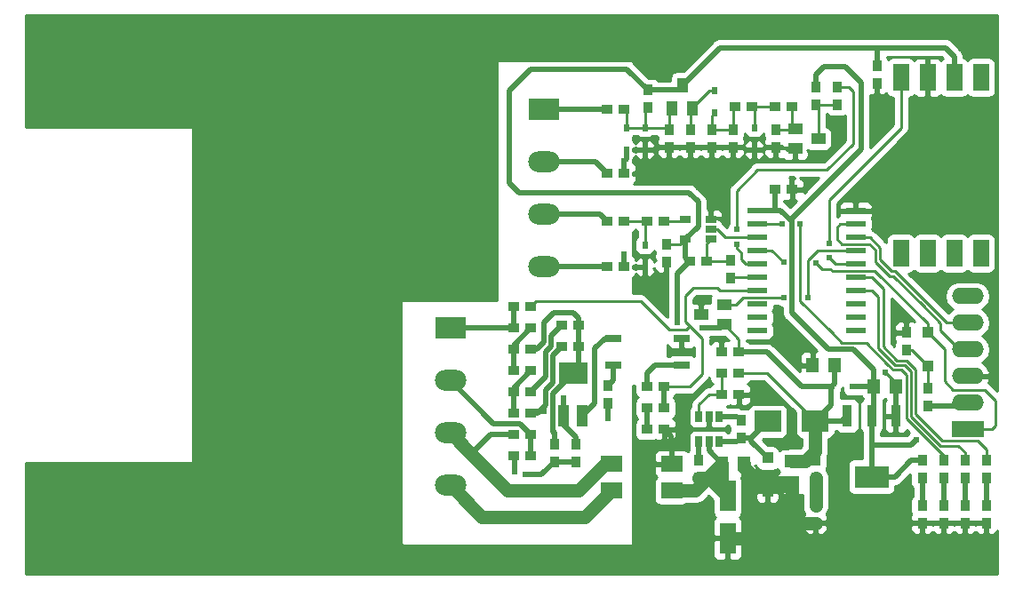
<source format=gtl>
G04 #@! TF.GenerationSoftware,KiCad,Pcbnew,5.0.0-fee4fd1~66~ubuntu18.04.1*
G04 #@! TF.CreationDate,2019-04-10T22:53:07-06:00*
G04 #@! TF.ProjectId,sprinkler_nodes,737072696E6B6C65725F6E6F6465732E,rev?*
G04 #@! TF.SameCoordinates,Original*
G04 #@! TF.FileFunction,Copper,L1,Top,Signal*
G04 #@! TF.FilePolarity,Positive*
%FSLAX46Y46*%
G04 Gerber Fmt 4.6, Leading zero omitted, Abs format (unit mm)*
G04 Created by KiCad (PCBNEW 5.0.0-fee4fd1~66~ubuntu18.04.1) date Wed Apr 10 22:53:07 2019*
%MOMM*%
%LPD*%
G01*
G04 APERTURE LIST*
G04 #@! TA.AperFunction,SMDPad,CuDef*
%ADD10R,1.500000X0.800000*%
G04 #@! TD*
G04 #@! TA.AperFunction,SMDPad,CuDef*
%ADD11R,1.000000X1.100000*%
G04 #@! TD*
G04 #@! TA.AperFunction,SMDPad,CuDef*
%ADD12R,2.500000X2.000000*%
G04 #@! TD*
G04 #@! TA.AperFunction,SMDPad,CuDef*
%ADD13R,2.032000X1.524000*%
G04 #@! TD*
G04 #@! TA.AperFunction,SMDPad,CuDef*
%ADD14R,1.000000X0.950000*%
G04 #@! TD*
G04 #@! TA.AperFunction,SMDPad,CuDef*
%ADD15R,0.950000X1.000000*%
G04 #@! TD*
G04 #@! TA.AperFunction,SMDPad,CuDef*
%ADD16R,1.150000X1.450000*%
G04 #@! TD*
G04 #@! TA.AperFunction,SMDPad,CuDef*
%ADD17R,1.450000X1.150000*%
G04 #@! TD*
G04 #@! TA.AperFunction,SMDPad,CuDef*
%ADD18R,0.700000X0.600000*%
G04 #@! TD*
G04 #@! TA.AperFunction,SMDPad,CuDef*
%ADD19R,0.600000X0.700000*%
G04 #@! TD*
G04 #@! TA.AperFunction,ComponentPad*
%ADD20O,3.000000X2.000000*%
G04 #@! TD*
G04 #@! TA.AperFunction,ComponentPad*
%ADD21R,3.000000X2.000000*%
G04 #@! TD*
G04 #@! TA.AperFunction,ComponentPad*
%ADD22R,3.048000X1.524000*%
G04 #@! TD*
G04 #@! TA.AperFunction,ComponentPad*
%ADD23O,3.048000X1.524000*%
G04 #@! TD*
G04 #@! TA.AperFunction,SMDPad,CuDef*
%ADD24R,1.000000X1.400000*%
G04 #@! TD*
G04 #@! TA.AperFunction,SMDPad,CuDef*
%ADD25R,1.400000X1.000000*%
G04 #@! TD*
G04 #@! TA.AperFunction,SMDPad,CuDef*
%ADD26R,1.950000X0.600000*%
G04 #@! TD*
G04 #@! TA.AperFunction,SMDPad,CuDef*
%ADD27R,0.700000X1.000000*%
G04 #@! TD*
G04 #@! TA.AperFunction,SMDPad,CuDef*
%ADD28R,0.950000X2.150000*%
G04 #@! TD*
G04 #@! TA.AperFunction,SMDPad,CuDef*
%ADD29R,3.250000X2.150000*%
G04 #@! TD*
G04 #@! TA.AperFunction,SMDPad,CuDef*
%ADD30R,1.000000X0.700000*%
G04 #@! TD*
G04 #@! TA.AperFunction,SMDPad,CuDef*
%ADD31R,1.500000X3.000000*%
G04 #@! TD*
G04 #@! TA.AperFunction,SMDPad,CuDef*
%ADD32R,1.520000X2.540000*%
G04 #@! TD*
G04 #@! TA.AperFunction,SMDPad,CuDef*
%ADD33R,1.000000X2.000000*%
G04 #@! TD*
G04 #@! TA.AperFunction,SMDPad,CuDef*
%ADD34R,2.800000X2.000000*%
G04 #@! TD*
G04 #@! TA.AperFunction,ViaPad*
%ADD35C,0.609600*%
G04 #@! TD*
G04 #@! TA.AperFunction,Conductor*
%ADD36C,1.270000*%
G04 #@! TD*
G04 #@! TA.AperFunction,Conductor*
%ADD37C,0.508000*%
G04 #@! TD*
G04 #@! TA.AperFunction,Conductor*
%ADD38C,0.254000*%
G04 #@! TD*
G04 APERTURE END LIST*
D10*
G04 #@! TO.P,OT1,4*
G04 #@! TO.N,Net-(OT1-Pad4)*
X74474000Y-59436000D03*
G04 #@! TO.P,OT1,3*
G04 #@! TO.N,/TRIAC_G*
X74474000Y-56896000D03*
G04 #@! TO.P,OT1,2*
G04 #@! TO.N,GND*
X80974000Y-56896000D03*
G04 #@! TO.P,OT1,1*
G04 #@! TO.N,Net-(OT1-Pad1)*
X80974000Y-59436000D03*
G04 #@! TD*
D11*
G04 #@! TO.P,D3,A*
G04 #@! TO.N,GND*
X89154000Y-71425000D03*
G04 #@! TO.P,D3,C*
G04 #@! TO.N,Net-(C6-Pad2)*
X89154000Y-68275000D03*
G04 #@! TD*
G04 #@! TO.P,D2,A*
G04 #@! TO.N,Net-(C4-Pad1)*
X104394000Y-59487000D03*
G04 #@! TO.P,D2,C*
G04 #@! TO.N,/MCLR*
X104394000Y-56337000D03*
G04 #@! TD*
D12*
G04 #@! TO.P,L1,2*
G04 #@! TO.N,Net-(C6-Pad2)*
X89190000Y-64770000D03*
G04 #@! TO.P,L1,1*
G04 #@! TO.N,+5V*
X93690000Y-64770000D03*
G04 #@! TD*
D13*
G04 #@! TO.P,BR1,2*
G04 #@! TO.N,/VIN_GND*
X74295000Y-68834000D03*
G04 #@! TO.P,BR1,3*
G04 #@! TO.N,/VIN_AC*
X74295000Y-71374000D03*
G04 #@! TO.P,BR1,1*
G04 #@! TO.N,GND*
X80010000Y-68834000D03*
G04 #@! TO.P,BR1,4*
G04 #@! TO.N,/power/VIN*
X80010000Y-71374000D03*
G04 #@! TD*
D14*
G04 #@! TO.P,C1,1*
G04 #@! TO.N,GND*
X91503000Y-42672000D03*
G04 #@! TO.P,C1,2*
G04 #@! TO.N,+3V3*
X89853000Y-42672000D03*
G04 #@! TD*
G04 #@! TO.P,C2,1*
G04 #@! TO.N,GND*
X84773000Y-58166000D03*
G04 #@! TO.P,C2,2*
G04 #@! TO.N,+5V*
X86423000Y-58166000D03*
G04 #@! TD*
D15*
G04 #@! TO.P,C6,2*
G04 #@! TO.N,Net-(C6-Pad2)*
X86614000Y-66357000D03*
G04 #@! TO.P,C6,1*
G04 #@! TO.N,Net-(C6-Pad1)*
X86614000Y-64707000D03*
G04 #@! TD*
D16*
G04 #@! TO.P,C7,2*
G04 #@! TO.N,GND*
X86877000Y-68834000D03*
G04 #@! TO.P,C7,1*
G04 #@! TO.N,/power/VIN*
X84827000Y-68834000D03*
G04 #@! TD*
D17*
G04 #@! TO.P,C8,1*
G04 #@! TO.N,+5V*
X91440000Y-68571000D03*
G04 #@! TO.P,C8,2*
G04 #@! TO.N,GND*
X91440000Y-70621000D03*
G04 #@! TD*
D16*
G04 #@! TO.P,C9,2*
G04 #@! TO.N,GND*
X93463000Y-59436000D03*
G04 #@! TO.P,C9,1*
G04 #@! TO.N,+5V*
X95513000Y-59436000D03*
G04 #@! TD*
G04 #@! TO.P,C10,1*
G04 #@! TO.N,+3V3*
X99305000Y-61468000D03*
G04 #@! TO.P,C10,2*
G04 #@! TO.N,GND*
X101355000Y-61468000D03*
G04 #@! TD*
D14*
G04 #@! TO.P,C11,2*
G04 #@! TO.N,Net-(C11-Pad2)*
X75501000Y-35052000D03*
G04 #@! TO.P,C11,1*
G04 #@! TO.N,/RF_IN*
X73851000Y-35052000D03*
G04 #@! TD*
G04 #@! TO.P,C12,1*
G04 #@! TO.N,/RF_IN_RTN*
X73851000Y-41148000D03*
G04 #@! TO.P,C12,2*
G04 #@! TO.N,GND*
X75501000Y-41148000D03*
G04 #@! TD*
G04 #@! TO.P,C13,2*
G04 #@! TO.N,/RF_OUT*
X73851000Y-45720000D03*
G04 #@! TO.P,C13,1*
G04 #@! TO.N,Net-(C13-Pad1)*
X75501000Y-45720000D03*
G04 #@! TD*
G04 #@! TO.P,C14,2*
G04 #@! TO.N,/RF_OUT_RTN*
X73851000Y-50038000D03*
G04 #@! TO.P,C14,1*
G04 #@! TO.N,GND*
X75501000Y-50038000D03*
G04 #@! TD*
D15*
G04 #@! TO.P,C15,1*
G04 #@! TO.N,+5V*
X79502000Y-47943000D03*
G04 #@! TO.P,C15,2*
G04 #@! TO.N,GND*
X79502000Y-49593000D03*
G04 #@! TD*
G04 #@! TO.P,C16,2*
G04 #@! TO.N,GND*
X83820000Y-38671000D03*
G04 #@! TO.P,C16,1*
G04 #@! TO.N,Net-(C16-Pad1)*
X83820000Y-37021000D03*
G04 #@! TD*
D14*
G04 #@! TO.P,C17,2*
G04 #@! TO.N,Net-(C17-Pad2)*
X87693000Y-34798000D03*
G04 #@! TO.P,C17,1*
G04 #@! TO.N,Net-(C16-Pad1)*
X86043000Y-34798000D03*
G04 #@! TD*
D15*
G04 #@! TO.P,C18,1*
G04 #@! TO.N,Net-(C18-Pad1)*
X89916000Y-37021000D03*
G04 #@! TO.P,C18,2*
G04 #@! TO.N,GND*
X89916000Y-38671000D03*
G04 #@! TD*
D14*
G04 #@! TO.P,D1,A*
G04 #@! TO.N,Net-(D1-PadA)*
X77661000Y-65532000D03*
G04 #@! TO.P,D1,C*
G04 #@! TO.N,GND*
X79311000Y-65532000D03*
G04 #@! TD*
D15*
G04 #@! TO.P,D4,C*
G04 #@! TO.N,Net-(D4-PadC)*
X93726000Y-70167000D03*
G04 #@! TO.P,D4,A*
G04 #@! TO.N,+5V*
X93726000Y-68517000D03*
G04 #@! TD*
D18*
G04 #@! TO.P,D5,C*
G04 #@! TO.N,+5V*
X95211000Y-61468000D03*
G04 #@! TO.P,D5,A*
G04 #@! TO.N,+3V3*
X97321000Y-61468000D03*
G04 #@! TD*
D15*
G04 #@! TO.P,D6,C*
G04 #@! TO.N,Net-(D6-PadC)*
X103886000Y-70167000D03*
G04 #@! TO.P,D6,A*
G04 #@! TO.N,+3V3*
X103886000Y-68517000D03*
G04 #@! TD*
D19*
G04 #@! TO.P,D7,A*
G04 #@! TO.N,GND*
X75692000Y-38901000D03*
G04 #@! TO.P,D7,C*
G04 #@! TO.N,Net-(C11-Pad2)*
X75692000Y-36791000D03*
G04 #@! TD*
G04 #@! TO.P,D8,A*
G04 #@! TO.N,GND*
X77470000Y-38901000D03*
G04 #@! TO.P,D8,C*
G04 #@! TO.N,Net-(C11-Pad2)*
X77470000Y-36791000D03*
G04 #@! TD*
G04 #@! TO.P,D9,C*
G04 #@! TO.N,Net-(C13-Pad1)*
X77470000Y-47967000D03*
G04 #@! TO.P,D9,A*
G04 #@! TO.N,GND*
X77470000Y-50077000D03*
G04 #@! TD*
G04 #@! TO.P,D10,C*
G04 #@! TO.N,Net-(C16-Pad1)*
X84074000Y-35345000D03*
G04 #@! TO.P,D10,A*
G04 #@! TO.N,Net-(D10-PadA)*
X84074000Y-33235000D03*
G04 #@! TD*
G04 #@! TO.P,D11,A*
G04 #@! TO.N,GND*
X87884000Y-38901000D03*
G04 #@! TO.P,D11,C*
G04 #@! TO.N,Net-(C17-Pad2)*
X87884000Y-36791000D03*
G04 #@! TD*
D20*
G04 #@! TO.P,J1,4*
G04 #@! TO.N,/VIN_AC*
X58928000Y-70880000D03*
G04 #@! TO.P,J1,3*
G04 #@! TO.N,/VIN_GND*
X58928000Y-65880000D03*
G04 #@! TO.P,J1,2*
G04 #@! TO.N,Net-(J1-Pad2)*
X58928000Y-60880000D03*
D21*
G04 #@! TO.P,J1,1*
G04 #@! TO.N,Net-(J1-Pad1)*
X58928000Y-55880000D03*
G04 #@! TD*
G04 #@! TO.P,J2,1*
G04 #@! TO.N,/RF_IN*
X67818000Y-35052000D03*
D20*
G04 #@! TO.P,J2,2*
G04 #@! TO.N,/RF_IN_RTN*
X67818000Y-40052000D03*
G04 #@! TO.P,J2,3*
G04 #@! TO.N,/RF_OUT*
X67818000Y-45052000D03*
G04 #@! TO.P,J2,4*
G04 #@! TO.N,/RF_OUT_RTN*
X67818000Y-50052000D03*
G04 #@! TD*
D22*
G04 #@! TO.P,J3,1*
G04 #@! TO.N,/MCLR*
X108204000Y-65532000D03*
D23*
G04 #@! TO.P,J3,2*
G04 #@! TO.N,+3V3*
X108204000Y-62992000D03*
G04 #@! TO.P,J3,3*
G04 #@! TO.N,GND*
X108204000Y-60452000D03*
G04 #@! TO.P,J3,4*
G04 #@! TO.N,/ICSPDAT*
X108204000Y-57912000D03*
G04 #@! TO.P,J3,5*
G04 #@! TO.N,/ICSPCLK*
X108204000Y-55372000D03*
G04 #@! TO.P,J3,6*
G04 #@! TO.N,Net-(J3-Pad6)*
X108204000Y-52832000D03*
G04 #@! TD*
D24*
G04 #@! TO.P,Q1,3*
G04 #@! TO.N,+5V*
X81026000Y-32766000D03*
G04 #@! TO.P,Q1,2*
G04 #@! TO.N,Net-(D10-PadA)*
X81976000Y-34966000D03*
G04 #@! TO.P,Q1,1*
G04 #@! TO.N,Net-(C11-Pad2)*
X80076000Y-34966000D03*
G04 #@! TD*
D25*
G04 #@! TO.P,Q2,1*
G04 #@! TO.N,Net-(C18-Pad1)*
X91780000Y-36896000D03*
G04 #@! TO.P,Q2,2*
G04 #@! TO.N,GND*
X91780000Y-38796000D03*
G04 #@! TO.P,Q2,3*
G04 #@! TO.N,Net-(Q2-Pad3)*
X93980000Y-37846000D03*
G04 #@! TD*
D14*
G04 #@! TO.P,R1,1*
G04 #@! TO.N,Net-(OT1-Pad1)*
X77661000Y-61468000D03*
G04 #@! TO.P,R1,2*
G04 #@! TO.N,/SW_1*
X79311000Y-61468000D03*
G04 #@! TD*
G04 #@! TO.P,R2,2*
G04 #@! TO.N,/SW_1*
X79311000Y-63500000D03*
G04 #@! TO.P,R2,1*
G04 #@! TO.N,Net-(D1-PadA)*
X77661000Y-63500000D03*
G04 #@! TD*
D15*
G04 #@! TO.P,R5,1*
G04 #@! TO.N,Net-(C4-Pad1)*
X104394000Y-61659000D03*
G04 #@! TO.P,R5,2*
G04 #@! TO.N,+3V3*
X104394000Y-63309000D03*
G04 #@! TD*
D14*
G04 #@! TO.P,R9,2*
G04 #@! TO.N,Net-(R10-Pad1)*
X84773000Y-60198000D03*
G04 #@! TO.P,R9,1*
G04 #@! TO.N,+5V*
X86423000Y-60198000D03*
G04 #@! TD*
G04 #@! TO.P,R10,1*
G04 #@! TO.N,Net-(R10-Pad1)*
X84773000Y-62230000D03*
G04 #@! TO.P,R10,2*
G04 #@! TO.N,GND*
X86423000Y-62230000D03*
G04 #@! TD*
D15*
G04 #@! TO.P,R11,1*
G04 #@! TO.N,GND*
X93726000Y-74485000D03*
G04 #@! TO.P,R11,2*
G04 #@! TO.N,Net-(D4-PadC)*
X93726000Y-72835000D03*
G04 #@! TD*
G04 #@! TO.P,R12,2*
G04 #@! TO.N,Net-(D6-PadC)*
X103886000Y-72835000D03*
G04 #@! TO.P,R12,1*
G04 #@! TO.N,GND*
X103886000Y-74485000D03*
G04 #@! TD*
G04 #@! TO.P,R13,2*
G04 #@! TO.N,GND*
X79756000Y-38671000D03*
G04 #@! TO.P,R13,1*
G04 #@! TO.N,Net-(C11-Pad2)*
X79756000Y-37021000D03*
G04 #@! TD*
G04 #@! TO.P,R14,1*
G04 #@! TO.N,+5V*
X77724000Y-33211000D03*
G04 #@! TO.P,R14,2*
G04 #@! TO.N,Net-(C11-Pad2)*
X77724000Y-34861000D03*
G04 #@! TD*
D14*
G04 #@! TO.P,R15,1*
G04 #@! TO.N,Net-(C13-Pad1)*
X77661000Y-45720000D03*
G04 #@! TO.P,R15,2*
G04 #@! TO.N,Net-(R15-Pad2)*
X79311000Y-45720000D03*
G04 #@! TD*
D15*
G04 #@! TO.P,R16,1*
G04 #@! TO.N,Net-(D10-PadA)*
X81788000Y-37021000D03*
G04 #@! TO.P,R16,2*
G04 #@! TO.N,GND*
X81788000Y-38671000D03*
G04 #@! TD*
G04 #@! TO.P,R17,2*
G04 #@! TO.N,GND*
X85852000Y-38671000D03*
G04 #@! TO.P,R17,1*
G04 #@! TO.N,Net-(C16-Pad1)*
X85852000Y-37021000D03*
G04 #@! TD*
D14*
G04 #@! TO.P,R18,1*
G04 #@! TO.N,+5V*
X81725000Y-49530000D03*
G04 #@! TO.P,R18,2*
G04 #@! TO.N,Net-(R18-Pad2)*
X83375000Y-49530000D03*
G04 #@! TD*
D15*
G04 #@! TO.P,R19,2*
G04 #@! TO.N,/UART_TX*
X85598000Y-51117000D03*
G04 #@! TO.P,R19,1*
G04 #@! TO.N,Net-(R18-Pad2)*
X85598000Y-49467000D03*
G04 #@! TD*
D14*
G04 #@! TO.P,R20,1*
G04 #@! TO.N,Net-(C18-Pad1)*
X91503000Y-34798000D03*
G04 #@! TO.P,R20,2*
G04 #@! TO.N,Net-(C17-Pad2)*
X89853000Y-34798000D03*
G04 #@! TD*
D15*
G04 #@! TO.P,R21,2*
G04 #@! TO.N,Net-(Q2-Pad3)*
X93726000Y-34607000D03*
G04 #@! TO.P,R21,1*
G04 #@! TO.N,+3V3*
X93726000Y-32957000D03*
G04 #@! TD*
G04 #@! TO.P,R22,1*
G04 #@! TO.N,/UART_RX*
X95758000Y-32957000D03*
G04 #@! TO.P,R22,2*
G04 #@! TO.N,Net-(Q2-Pad3)*
X95758000Y-34607000D03*
G04 #@! TD*
D26*
G04 #@! TO.P,U1,20*
G04 #@! TO.N,GND*
X97538000Y-44704000D03*
G04 #@! TO.P,U1,18*
G04 #@! TO.N,/ICSPCLK*
X97538000Y-47244000D03*
G04 #@! TO.P,U1,17*
G04 #@! TO.N,/V_Temp*
X97538000Y-48514000D03*
G04 #@! TO.P,U1,19*
G04 #@! TO.N,/ICSPDAT*
X97538000Y-45974000D03*
G04 #@! TO.P,U1,16*
G04 #@! TO.N,/AN4*
X97538000Y-49784000D03*
G04 #@! TO.P,U1,11*
G04 #@! TO.N,/SPI_SCLK*
X97538000Y-56134000D03*
G04 #@! TO.P,U1,14*
G04 #@! TO.N,/GPIO2*
X97538000Y-52324000D03*
G04 #@! TO.P,U1,12*
G04 #@! TO.N,/I2C_SDA*
X97538000Y-54864000D03*
G04 #@! TO.P,U1,13*
G04 #@! TO.N,/SPI_MISO*
X97538000Y-53594000D03*
G04 #@! TO.P,U1,15*
G04 #@! TO.N,/GPIO1*
X97538000Y-51054000D03*
G04 #@! TO.P,U1,6*
G04 #@! TO.N,/UART_TX*
X88138000Y-51054000D03*
G04 #@! TO.P,U1,8*
G04 #@! TO.N,/SPI_nCS*
X88138000Y-53594000D03*
G04 #@! TO.P,U1,9*
G04 #@! TO.N,/SPI_MOSI*
X88138000Y-54864000D03*
G04 #@! TO.P,U1,7*
G04 #@! TO.N,/SW_1*
X88138000Y-52324000D03*
G04 #@! TO.P,U1,10*
G04 #@! TO.N,/I2C_SCL*
X88138000Y-56134000D03*
G04 #@! TO.P,U1,5*
G04 #@! TO.N,/UART_RX*
X88138000Y-49784000D03*
G04 #@! TO.P,U1,2*
G04 #@! TO.N,/GPIO3*
X88138000Y-45974000D03*
G04 #@! TO.P,U1,4*
G04 #@! TO.N,/MCLR*
X88138000Y-48514000D03*
G04 #@! TO.P,U1,3*
G04 #@! TO.N,/CLKOUT*
X88138000Y-47244000D03*
G04 #@! TO.P,U1,1*
G04 #@! TO.N,+3V3*
X88138000Y-44704000D03*
G04 #@! TD*
D25*
G04 #@! TO.P,U2,1*
G04 #@! TO.N,+5V*
X85004000Y-55560000D03*
G04 #@! TO.P,U2,2*
G04 #@! TO.N,/V_Temp*
X85004000Y-53660000D03*
G04 #@! TO.P,U2,3*
G04 #@! TO.N,GND*
X82804000Y-54610000D03*
G04 #@! TD*
D27*
G04 #@! TO.P,U3,1*
G04 #@! TO.N,Net-(C6-Pad1)*
X84516000Y-64332000D03*
G04 #@! TO.P,U3,2*
G04 #@! TO.N,GND*
X83566000Y-64332000D03*
G04 #@! TO.P,U3,3*
G04 #@! TO.N,Net-(R10-Pad1)*
X82616000Y-64332000D03*
G04 #@! TO.P,U3,4*
G04 #@! TO.N,/power/EN*
X82616000Y-66732000D03*
G04 #@! TO.P,U3,5*
G04 #@! TO.N,/power/VIN*
X83566000Y-66732000D03*
G04 #@! TO.P,U3,6*
G04 #@! TO.N,Net-(C6-Pad2)*
X84516000Y-66732000D03*
G04 #@! TD*
D28*
G04 #@! TO.P,U4,1*
G04 #@! TO.N,GND*
X101360000Y-64262000D03*
G04 #@! TO.P,U4,2*
G04 #@! TO.N,+3V3*
X99060000Y-64262000D03*
G04 #@! TO.P,U4,3*
G04 #@! TO.N,+5V*
X96760000Y-64262000D03*
D29*
G04 #@! TO.P,U4,4*
G04 #@! TO.N,+3V3*
X99060000Y-70062000D03*
G04 #@! TD*
D30*
G04 #@! TO.P,U5,1*
G04 #@! TO.N,Net-(R18-Pad2)*
X83750000Y-47432000D03*
G04 #@! TO.P,U5,2*
G04 #@! TO.N,/CLKOUT*
X83750000Y-46482000D03*
G04 #@! TO.P,U5,3*
G04 #@! TO.N,GND*
X83750000Y-45532000D03*
G04 #@! TO.P,U5,4*
G04 #@! TO.N,Net-(R15-Pad2)*
X81350000Y-45532000D03*
G04 #@! TO.P,U5,5*
G04 #@! TO.N,+5V*
X81350000Y-47432000D03*
G04 #@! TD*
D15*
G04 #@! TO.P,R23,2*
G04 #@! TO.N,/power/EN*
X82550000Y-68517000D03*
G04 #@! TO.P,R23,1*
G04 #@! TO.N,/power/VIN*
X82550000Y-70167000D03*
G04 #@! TD*
G04 #@! TO.P,D12,C*
G04 #@! TO.N,Net-(D12-PadC)*
X109982000Y-70167000D03*
G04 #@! TO.P,D12,A*
G04 #@! TO.N,/GPIO1*
X109982000Y-68517000D03*
G04 #@! TD*
G04 #@! TO.P,D13,A*
G04 #@! TO.N,/GPIO2*
X107950000Y-68517000D03*
G04 #@! TO.P,D13,C*
G04 #@! TO.N,Net-(D13-PadC)*
X107950000Y-70167000D03*
G04 #@! TD*
G04 #@! TO.P,D14,C*
G04 #@! TO.N,Net-(D14-PadC)*
X105918000Y-70167000D03*
G04 #@! TO.P,D14,A*
G04 #@! TO.N,/GPIO3*
X105918000Y-68517000D03*
G04 #@! TD*
G04 #@! TO.P,R6,2*
G04 #@! TO.N,GND*
X109982000Y-74485000D03*
G04 #@! TO.P,R6,1*
G04 #@! TO.N,Net-(D12-PadC)*
X109982000Y-72835000D03*
G04 #@! TD*
G04 #@! TO.P,R7,1*
G04 #@! TO.N,Net-(D13-PadC)*
X107950000Y-72835000D03*
G04 #@! TO.P,R7,2*
G04 #@! TO.N,GND*
X107950000Y-74485000D03*
G04 #@! TD*
G04 #@! TO.P,R8,2*
G04 #@! TO.N,GND*
X105918000Y-74485000D03*
G04 #@! TO.P,R8,1*
G04 #@! TO.N,Net-(D14-PadC)*
X105918000Y-72835000D03*
G04 #@! TD*
G04 #@! TO.P,C4,1*
G04 #@! TO.N,Net-(C4-Pad1)*
X102362000Y-57975000D03*
G04 #@! TO.P,C4,2*
G04 #@! TO.N,GND*
X102362000Y-56325000D03*
G04 #@! TD*
D31*
G04 #@! TO.P,C5,1*
G04 #@! TO.N,/power/VIN*
X85344000Y-71914000D03*
G04 #@! TO.P,C5,2*
G04 #@! TO.N,GND*
X85344000Y-75914000D03*
G04 #@! TD*
D15*
G04 #@! TO.P,C3,2*
G04 #@! TO.N,GND*
X99568000Y-32575000D03*
G04 #@! TO.P,C3,1*
G04 #@! TO.N,+5V*
X99568000Y-30925000D03*
G04 #@! TD*
D32*
G04 #@! TO.P,U6,1*
G04 #@! TO.N,Net-(U6-Pad1)*
X109474000Y-32004000D03*
G04 #@! TO.P,U6,2*
G04 #@! TO.N,+5V*
X106934000Y-32004000D03*
G04 #@! TO.P,U6,3*
G04 #@! TO.N,GND*
X104394000Y-32004000D03*
G04 #@! TO.P,U6,4*
G04 #@! TO.N,/AN4*
X101854000Y-32004000D03*
G04 #@! TO.P,U6,8*
G04 #@! TO.N,Net-(U6-Pad8)*
X109474000Y-48764000D03*
G04 #@! TO.P,U6,7*
G04 #@! TO.N,Net-(U6-Pad7)*
X106934000Y-48764000D03*
G04 #@! TO.P,U6,6*
G04 #@! TO.N,Net-(U6-Pad6)*
X104394000Y-48764000D03*
G04 #@! TO.P,U6,5*
G04 #@! TO.N,Net-(U6-Pad5)*
X101854000Y-48764000D03*
G04 #@! TD*
D14*
G04 #@! TO.P,C19,1*
G04 #@! TO.N,Net-(C19-Pad1)*
X66611000Y-61976000D03*
G04 #@! TO.P,C19,2*
G04 #@! TO.N,Net-(C19-Pad2)*
X64961000Y-61976000D03*
G04 #@! TD*
G04 #@! TO.P,C20,2*
G04 #@! TO.N,Net-(C19-Pad2)*
X64961000Y-64008000D03*
G04 #@! TO.P,C20,1*
G04 #@! TO.N,Net-(C20-Pad1)*
X66611000Y-64008000D03*
G04 #@! TD*
G04 #@! TO.P,R3,1*
G04 #@! TO.N,Net-(J1-Pad1)*
X64961000Y-55880000D03*
G04 #@! TO.P,R3,2*
G04 #@! TO.N,/LOAD*
X66611000Y-55880000D03*
G04 #@! TD*
G04 #@! TO.P,R4,2*
G04 #@! TO.N,/SW_1*
X66611000Y-53848000D03*
G04 #@! TO.P,R4,1*
G04 #@! TO.N,Net-(J1-Pad1)*
X64961000Y-53848000D03*
G04 #@! TD*
G04 #@! TO.P,R24,2*
G04 #@! TO.N,/VIN_GND*
X64961000Y-66040000D03*
G04 #@! TO.P,R24,1*
G04 #@! TO.N,Net-(J1-Pad2)*
X66611000Y-66040000D03*
G04 #@! TD*
G04 #@! TO.P,R25,2*
G04 #@! TO.N,GND*
X64961000Y-68072000D03*
G04 #@! TO.P,R25,1*
G04 #@! TO.N,Net-(J1-Pad2)*
X66611000Y-68072000D03*
G04 #@! TD*
G04 #@! TO.P,R26,1*
G04 #@! TO.N,/LOAD*
X64961000Y-57912000D03*
G04 #@! TO.P,R26,2*
G04 #@! TO.N,Net-(Q3-Pad2)*
X66611000Y-57912000D03*
G04 #@! TD*
D15*
G04 #@! TO.P,R27,2*
G04 #@! TO.N,Net-(Q3-Pad2)*
X68834000Y-66993000D03*
G04 #@! TO.P,R27,1*
G04 #@! TO.N,/VIN_AC*
X68834000Y-68643000D03*
G04 #@! TD*
D14*
G04 #@! TO.P,R28,1*
G04 #@! TO.N,/LOAD*
X64961000Y-59944000D03*
G04 #@! TO.P,R28,2*
G04 #@! TO.N,Net-(C19-Pad2)*
X66611000Y-59944000D03*
G04 #@! TD*
D15*
G04 #@! TO.P,R29,2*
G04 #@! TO.N,Net-(C19-Pad2)*
X70866000Y-66993000D03*
G04 #@! TO.P,R29,1*
G04 #@! TO.N,/VIN_AC*
X70866000Y-68643000D03*
G04 #@! TD*
D14*
G04 #@! TO.P,R30,1*
G04 #@! TO.N,Net-(C19-Pad1)*
X69533000Y-55626000D03*
G04 #@! TO.P,R30,2*
G04 #@! TO.N,Net-(Q3-Pad2)*
X71183000Y-55626000D03*
G04 #@! TD*
G04 #@! TO.P,R31,2*
G04 #@! TO.N,Net-(C20-Pad1)*
X69533000Y-57658000D03*
G04 #@! TO.P,R31,1*
G04 #@! TO.N,Net-(Q3-Pad2)*
X71183000Y-57658000D03*
G04 #@! TD*
D15*
G04 #@! TO.P,R32,1*
G04 #@! TO.N,Net-(C20-Pad1)*
X73914000Y-63055000D03*
G04 #@! TO.P,R32,2*
G04 #@! TO.N,Net-(OT1-Pad4)*
X73914000Y-61405000D03*
G04 #@! TD*
D33*
G04 #@! TO.P,Q3,3*
G04 #@! TO.N,/TRIAC_G*
X71512000Y-64230000D03*
G04 #@! TO.P,Q3,1*
G04 #@! TO.N,Net-(C19-Pad2)*
X69712000Y-64230000D03*
D34*
G04 #@! TO.P,Q3,2*
G04 #@! TO.N,Net-(Q3-Pad2)*
X70612000Y-60230000D03*
G04 #@! TD*
D35*
G04 #@! TO.N,/VIN_AC*
X66040000Y-69850000D03*
G04 #@! TO.N,GND*
X87503000Y-70586600D03*
X86893400Y-75895200D03*
X79984600Y-67132200D03*
X83566000Y-65354200D03*
X92456000Y-74498200D03*
X102692200Y-74498200D03*
X82804000Y-53263800D03*
X87807800Y-62230000D03*
X93472000Y-58064400D03*
X104368600Y-34315400D03*
X99568000Y-34036000D03*
X91440000Y-41656000D03*
X75488800Y-48818800D03*
X77470000Y-50952400D03*
X79502000Y-50774600D03*
X83743800Y-44526200D03*
X75514200Y-39979600D03*
X77470000Y-39751000D03*
X79756000Y-40055800D03*
X81788000Y-39954200D03*
X83820000Y-39979600D03*
X85852000Y-39725600D03*
X87884000Y-39751000D03*
X89916000Y-39649400D03*
X91795600Y-39776400D03*
X80975200Y-57835800D03*
X84785200Y-57073800D03*
X97536000Y-43738800D03*
X100380800Y-60147200D03*
X101371400Y-62661800D03*
X102362000Y-55118000D03*
X88315600Y-70586600D03*
X87833200Y-69926200D03*
X65024000Y-69596000D03*
G04 #@! TO.N,+3V3*
X103301800Y-66522600D03*
G04 #@! TO.N,+5V*
X80518000Y-55397400D03*
X82956400Y-55854600D03*
G04 #@! TO.N,/MCLR*
X90678000Y-49631600D03*
X93726000Y-49657000D03*
G04 #@! TO.N,/V_Temp*
X90678000Y-52959000D03*
X93014800Y-52959000D03*
G04 #@! TO.N,/UART_RX*
X86207600Y-46507400D03*
X86207600Y-47904400D03*
G04 #@! TO.N,/GPIO3*
X92278200Y-45974000D03*
X90525600Y-45974000D03*
G04 #@! TO.N,/AN4*
X94996000Y-49174400D03*
X94996000Y-47828200D03*
G04 #@! TO.N,Net-(C19-Pad2)*
X64947800Y-63017400D03*
X69723000Y-62560200D03*
G04 #@! TO.N,Net-(C20-Pad1)*
X73914000Y-64516000D03*
X67868800Y-63855600D03*
G04 #@! TD*
D36*
G04 #@! TO.N,/VIN_GND*
X58928000Y-65880000D02*
X60913000Y-67865000D01*
X60913000Y-67865000D02*
X64422000Y-71374000D01*
X73660000Y-68834000D02*
X74295000Y-68834000D01*
X71120000Y-71374000D02*
X73660000Y-68834000D01*
X70866000Y-71374000D02*
X71120000Y-71374000D01*
X64422000Y-71374000D02*
X70866000Y-71374000D01*
D37*
X64961000Y-66040000D02*
X62738000Y-66040000D01*
X62738000Y-66040000D02*
X60913000Y-67865000D01*
D36*
G04 #@! TO.N,/VIN_AC*
X58928000Y-70880000D02*
X61962000Y-73914000D01*
X71755000Y-73914000D02*
X74295000Y-71374000D01*
X61962000Y-73914000D02*
X71755000Y-73914000D01*
D37*
X70866000Y-68643000D02*
X68834000Y-68643000D01*
X68834000Y-68643000D02*
X67627000Y-69850000D01*
X67627000Y-69850000D02*
X66040000Y-69850000D01*
G04 #@! TO.N,GND*
X86877000Y-68834000D02*
X86877000Y-69960600D01*
X87503000Y-70586600D02*
X88315600Y-70586600D01*
X86877000Y-69960600D02*
X87503000Y-70586600D01*
X89154000Y-71425000D02*
X90636000Y-71425000D01*
X90636000Y-71425000D02*
X91440000Y-70621000D01*
X85344000Y-75914000D02*
X86874600Y-75914000D01*
X86874600Y-75914000D02*
X86893400Y-75895200D01*
X80010000Y-68834000D02*
X80010000Y-67157600D01*
X79984600Y-66205600D02*
X79311000Y-65532000D01*
X79984600Y-67132200D02*
X79984600Y-66205600D01*
X80010000Y-67157600D02*
X79984600Y-67132200D01*
X83566000Y-64332000D02*
X83566000Y-65354200D01*
X93726000Y-74485000D02*
X92469200Y-74485000D01*
X92469200Y-74485000D02*
X92456000Y-74498200D01*
D36*
X86877000Y-68834000D02*
X86877000Y-69148000D01*
X88350000Y-70621000D02*
X91440000Y-70621000D01*
X86877000Y-69148000D02*
X88350000Y-70621000D01*
X91440000Y-70621000D02*
X91440000Y-73812400D01*
X92112600Y-74485000D02*
X93726000Y-74485000D01*
X91440000Y-73812400D02*
X92112600Y-74485000D01*
X85344000Y-75914000D02*
X89338400Y-75914000D01*
X89338400Y-75914000D02*
X91440000Y-73812400D01*
D37*
X109982000Y-74485000D02*
X102705400Y-74485000D01*
X102705400Y-74485000D02*
X102692200Y-74498200D01*
D38*
X82804000Y-54610000D02*
X82804000Y-53263800D01*
X86423000Y-62230000D02*
X87807800Y-62230000D01*
X93463000Y-59436000D02*
X93463000Y-58073400D01*
X93463000Y-58073400D02*
X93472000Y-58064400D01*
D37*
X104394000Y-32004000D02*
X104394000Y-34290000D01*
X104394000Y-34290000D02*
X104368600Y-34315400D01*
X99568000Y-32575000D02*
X99568000Y-34036000D01*
X91503000Y-42672000D02*
X91503000Y-41719000D01*
X91503000Y-41719000D02*
X91440000Y-41656000D01*
X75501000Y-50038000D02*
X75501000Y-48831000D01*
X75501000Y-48831000D02*
X75488800Y-48818800D01*
X77470000Y-50077000D02*
X77470000Y-50952400D01*
X79502000Y-49593000D02*
X79502000Y-50774600D01*
X83750000Y-45532000D02*
X83750000Y-44532400D01*
X83750000Y-44532400D02*
X83743800Y-44526200D01*
X75501000Y-41148000D02*
X75501000Y-39992800D01*
X75692000Y-39801800D02*
X75514200Y-39979600D01*
X75692000Y-39801800D02*
X75692000Y-38901000D01*
X75501000Y-39992800D02*
X75514200Y-39979600D01*
X77470000Y-38901000D02*
X77470000Y-39751000D01*
X79756000Y-38671000D02*
X79756000Y-40055800D01*
X81788000Y-38671000D02*
X81788000Y-39954200D01*
X83820000Y-38671000D02*
X83820000Y-39979600D01*
X85852000Y-38671000D02*
X85852000Y-39725600D01*
X87884000Y-38901000D02*
X87884000Y-39751000D01*
X89916000Y-38671000D02*
X89916000Y-39649400D01*
X91780000Y-38796000D02*
X91780000Y-39760800D01*
X91780000Y-39760800D02*
X91795600Y-39776400D01*
X80974000Y-56896000D02*
X80974000Y-57834600D01*
X80974000Y-57834600D02*
X80975200Y-57835800D01*
X84773000Y-58166000D02*
X84773000Y-57086000D01*
X84773000Y-57086000D02*
X84785200Y-57073800D01*
X97538000Y-44704000D02*
X97538000Y-43740800D01*
X97538000Y-43740800D02*
X97536000Y-43738800D01*
D38*
X101355000Y-61468000D02*
X101355000Y-61121400D01*
X101355000Y-61121400D02*
X100380800Y-60147200D01*
X101360000Y-64262000D02*
X101360000Y-62673200D01*
X101355000Y-62645400D02*
X101371400Y-62661800D01*
X101355000Y-62645400D02*
X101355000Y-61468000D01*
X101360000Y-62673200D02*
X101371400Y-62661800D01*
X102362000Y-56325000D02*
X102362000Y-55118000D01*
X89154000Y-71425000D02*
X88315600Y-70586600D01*
X88315600Y-70586600D02*
X88315600Y-70408600D01*
X88315600Y-70408600D02*
X87833200Y-69926200D01*
D37*
X64961000Y-68072000D02*
X65024000Y-68135000D01*
X65024000Y-68135000D02*
X65024000Y-69596000D01*
D36*
G04 #@! TO.N,/power/VIN*
X80010000Y-71374000D02*
X82287000Y-71374000D01*
X82287000Y-71374000D02*
X84827000Y-68834000D01*
X84827000Y-68834000D02*
X84827000Y-71397000D01*
X84827000Y-71397000D02*
X85344000Y-71914000D01*
X85344000Y-71914000D02*
X83597000Y-70167000D01*
X83597000Y-70167000D02*
X82550000Y-70167000D01*
D37*
X83566000Y-66732000D02*
X83566000Y-67573000D01*
X83566000Y-67573000D02*
X84827000Y-68834000D01*
G04 #@! TO.N,+3V3*
X97321000Y-61468000D02*
X99305000Y-61468000D01*
X99060000Y-64262000D02*
X99305000Y-64017000D01*
X99305000Y-64017000D02*
X99305000Y-61468000D01*
X99060000Y-70062000D02*
X99060000Y-67030600D01*
X99060000Y-67030600D02*
X99060000Y-64262000D01*
X99060000Y-70062000D02*
X101261000Y-70062000D01*
X102806000Y-68517000D02*
X103886000Y-68517000D01*
X101261000Y-70062000D02*
X102806000Y-68517000D01*
X104394000Y-63309000D02*
X107887000Y-63309000D01*
X107887000Y-63309000D02*
X108204000Y-62992000D01*
X99305000Y-61468000D02*
X99305000Y-59884200D01*
X90398600Y-44704000D02*
X89853000Y-44704000D01*
X89853000Y-44704000D02*
X88138000Y-44704000D01*
X91465400Y-45770800D02*
X91440000Y-45745400D01*
X91440000Y-45745400D02*
X90398600Y-44704000D01*
X91465400Y-54457600D02*
X91465400Y-45770800D01*
X94005400Y-56997600D02*
X91465400Y-54457600D01*
X99305000Y-59884200D02*
X97332802Y-57912002D01*
X97332802Y-57912002D02*
X94919802Y-57912002D01*
X94919802Y-57912002D02*
X94005400Y-56997600D01*
X99060000Y-67030600D02*
X102793800Y-67030600D01*
X102793800Y-67030600D02*
X103301800Y-66522600D01*
X89853000Y-42672000D02*
X89853000Y-44704000D01*
X93726000Y-32957000D02*
X93726000Y-31750000D01*
X91440000Y-45466000D02*
X91440000Y-45745400D01*
X98044000Y-38862000D02*
X91440000Y-45466000D01*
X98044000Y-32512000D02*
X98044000Y-38862000D01*
X96520000Y-30988000D02*
X98044000Y-32512000D01*
X94488000Y-30988000D02*
X96520000Y-30988000D01*
X93726000Y-31750000D02*
X94488000Y-30988000D01*
D36*
G04 #@! TO.N,+5V*
X91440000Y-68571000D02*
X92769800Y-68571000D01*
X93690000Y-67650800D02*
X93690000Y-64770000D01*
X92769800Y-68571000D02*
X93690000Y-67650800D01*
D37*
X93690000Y-64770000D02*
X96252000Y-64770000D01*
X96252000Y-64770000D02*
X96760000Y-64262000D01*
X95211000Y-61468000D02*
X95211000Y-63249000D01*
X95211000Y-63249000D02*
X93690000Y-64770000D01*
D38*
X79502000Y-47943000D02*
X80352400Y-47943000D01*
X80352400Y-47943000D02*
X80365600Y-47929800D01*
X80365600Y-47929800D02*
X80852200Y-47929800D01*
X80852200Y-47929800D02*
X81350000Y-47432000D01*
X86423000Y-60198000D02*
X89118000Y-60198000D01*
X89118000Y-60198000D02*
X93690000Y-64770000D01*
X86423000Y-58166000D02*
X86423000Y-56979000D01*
X86423000Y-56979000D02*
X85004000Y-55560000D01*
D37*
X95211000Y-61468000D02*
X95513000Y-61166000D01*
X95513000Y-61166000D02*
X95513000Y-59436000D01*
X95211000Y-61468000D02*
X92405200Y-61468000D01*
X89103200Y-58166000D02*
X86423000Y-58166000D01*
X92405200Y-61468000D02*
X89103200Y-58166000D01*
X85004000Y-55560000D02*
X84709400Y-55854600D01*
X80518000Y-50737000D02*
X81725000Y-49530000D01*
X80518000Y-55397400D02*
X80518000Y-50737000D01*
X84709400Y-55854600D02*
X82956400Y-55854600D01*
X81725000Y-49530000D02*
X81350000Y-49155000D01*
X81350000Y-49155000D02*
X81350000Y-47432000D01*
X81350000Y-47432000D02*
X82550000Y-46232000D01*
X75755000Y-31242000D02*
X77724000Y-33211000D01*
X66573400Y-31242000D02*
X75755000Y-31242000D01*
X64516000Y-33299400D02*
X66573400Y-31242000D01*
X64516000Y-42037000D02*
X64516000Y-33299400D01*
X65506600Y-43027600D02*
X64516000Y-42037000D01*
X81686400Y-43027600D02*
X65506600Y-43027600D01*
X82550000Y-43891200D02*
X81686400Y-43027600D01*
X82550000Y-46232000D02*
X82550000Y-43891200D01*
X77724000Y-33211000D02*
X80581000Y-33211000D01*
X80581000Y-33211000D02*
X81026000Y-32766000D01*
X81026000Y-32766000D02*
X84607400Y-29184600D01*
X106934000Y-30022800D02*
X106934000Y-32004000D01*
X106095800Y-29184600D02*
X106934000Y-30022800D01*
X97383600Y-29184600D02*
X98806000Y-29184600D01*
X98806000Y-29184600D02*
X99568000Y-29184600D01*
X99568000Y-29184600D02*
X106095800Y-29184600D01*
X84607400Y-29184600D02*
X96037400Y-29184600D01*
X96037400Y-29184600D02*
X97383600Y-29184600D01*
X99568000Y-30925000D02*
X99568000Y-29184600D01*
D38*
X93726000Y-68517000D02*
X93726000Y-64806000D01*
X93726000Y-64806000D02*
X93690000Y-64770000D01*
D37*
G04 #@! TO.N,Net-(C6-Pad2)*
X84516000Y-66732000D02*
X86239000Y-66732000D01*
X86239000Y-66732000D02*
X86614000Y-66357000D01*
X86614000Y-66357000D02*
X87553800Y-66357000D01*
X87553800Y-66357000D02*
X87603000Y-66357000D01*
X87603000Y-66357000D02*
X89190000Y-64770000D01*
X87553800Y-66357000D02*
X87553800Y-66674800D01*
X87553800Y-66674800D02*
X89154000Y-68275000D01*
G04 #@! TO.N,Net-(C6-Pad1)*
X84516000Y-64332000D02*
X86239000Y-64332000D01*
X86239000Y-64332000D02*
X86614000Y-64707000D01*
D38*
G04 #@! TO.N,Net-(C11-Pad2)*
X75501000Y-35052000D02*
X75692000Y-35243000D01*
X75692000Y-35243000D02*
X75692000Y-36791000D01*
X75692000Y-36791000D02*
X77470000Y-36791000D01*
X77724000Y-34861000D02*
X77470000Y-35115000D01*
X77470000Y-35115000D02*
X77470000Y-36791000D01*
X77470000Y-36791000D02*
X79526000Y-36791000D01*
X79526000Y-36791000D02*
X79756000Y-37021000D01*
X79756000Y-37021000D02*
X79756000Y-35286000D01*
X79756000Y-35286000D02*
X80076000Y-34966000D01*
D37*
G04 #@! TO.N,/RF_IN*
X73851000Y-35052000D02*
X67818000Y-35052000D01*
G04 #@! TO.N,/RF_IN_RTN*
X73851000Y-41148000D02*
X72755000Y-40052000D01*
X72755000Y-40052000D02*
X67818000Y-40052000D01*
G04 #@! TO.N,/RF_OUT*
X73851000Y-45720000D02*
X73183000Y-45052000D01*
X73183000Y-45052000D02*
X67818000Y-45052000D01*
D38*
G04 #@! TO.N,Net-(C13-Pad1)*
X75501000Y-45720000D02*
X77661000Y-45720000D01*
X77470000Y-47967000D02*
X77470000Y-45911000D01*
X77470000Y-45911000D02*
X77661000Y-45720000D01*
D37*
G04 #@! TO.N,/RF_OUT_RTN*
X73851000Y-50038000D02*
X67832000Y-50038000D01*
X67832000Y-50038000D02*
X67818000Y-50052000D01*
D38*
G04 #@! TO.N,Net-(C16-Pad1)*
X83820000Y-37021000D02*
X83820000Y-35599000D01*
X83820000Y-35599000D02*
X84074000Y-35345000D01*
X83820000Y-37021000D02*
X85852000Y-37021000D01*
X85852000Y-37021000D02*
X85852000Y-34989000D01*
X85852000Y-34989000D02*
X86043000Y-34798000D01*
G04 #@! TO.N,Net-(C17-Pad2)*
X87884000Y-36791000D02*
X87884000Y-34989000D01*
X87884000Y-34989000D02*
X87693000Y-34798000D01*
X87693000Y-34798000D02*
X89853000Y-34798000D01*
G04 #@! TO.N,Net-(C18-Pad1)*
X91503000Y-34798000D02*
X91503000Y-36619000D01*
X91503000Y-36619000D02*
X91780000Y-36896000D01*
X89916000Y-37021000D02*
X91655000Y-37021000D01*
X91655000Y-37021000D02*
X91780000Y-36896000D01*
D37*
G04 #@! TO.N,Net-(D1-PadA)*
X77661000Y-65532000D02*
X77661000Y-63500000D01*
D38*
G04 #@! TO.N,/MCLR*
X104394000Y-56337000D02*
X104444600Y-56337000D01*
X110566200Y-65532000D02*
X108204000Y-65532000D01*
X110896400Y-65201800D02*
X110566200Y-65532000D01*
X110896400Y-62839600D02*
X110896400Y-65201800D01*
X109829600Y-61772800D02*
X110896400Y-62839600D01*
X106832400Y-61772800D02*
X109829600Y-61772800D01*
X106019600Y-60960000D02*
X106832400Y-61772800D01*
X106019600Y-57912000D02*
X106019600Y-60960000D01*
X104444600Y-56337000D02*
X106019600Y-57912000D01*
X94361000Y-50292000D02*
X94462600Y-50292000D01*
X104394000Y-56337000D02*
X104394000Y-55448200D01*
X99364800Y-50419000D02*
X104394000Y-55448200D01*
X95300800Y-50419000D02*
X99364800Y-50419000D01*
X95173800Y-50292000D02*
X95300800Y-50419000D01*
X94462600Y-50292000D02*
X95173800Y-50292000D01*
X89560400Y-48514000D02*
X88138000Y-48514000D01*
X89560400Y-48514000D02*
X90678000Y-49631600D01*
X93726000Y-49657000D02*
X94361000Y-50292000D01*
D36*
G04 #@! TO.N,Net-(D4-PadC)*
X93726000Y-70167000D02*
X93726000Y-72835000D01*
D37*
G04 #@! TO.N,Net-(D6-PadC)*
X103886000Y-70167000D02*
X103886000Y-72835000D01*
D38*
G04 #@! TO.N,Net-(D10-PadA)*
X81788000Y-37021000D02*
X81788000Y-35154000D01*
X81788000Y-35154000D02*
X81976000Y-34966000D01*
X81976000Y-34966000D02*
X81976000Y-34864000D01*
X83605000Y-33235000D02*
X84074000Y-33235000D01*
X81976000Y-34864000D02*
X83605000Y-33235000D01*
G04 #@! TO.N,/ICSPDAT*
X108204000Y-57912000D02*
X107416600Y-57912000D01*
X105613200Y-55422800D02*
X103886000Y-53695600D01*
X105613200Y-56108600D02*
X105613200Y-55422800D01*
X107416600Y-57912000D02*
X105613200Y-56108600D01*
X96088200Y-45974000D02*
X97538000Y-45974000D01*
X95758000Y-46304200D02*
X96088200Y-45974000D01*
X95758000Y-47447200D02*
X95758000Y-46304200D01*
X96189800Y-47879000D02*
X95758000Y-47447200D01*
X98882200Y-47879000D02*
X96189800Y-47879000D01*
X99415600Y-48412400D02*
X98882200Y-47879000D01*
X99415600Y-48412400D02*
X99415600Y-49566982D01*
X101117402Y-50927002D02*
X103886000Y-53695600D01*
X100775620Y-50927002D02*
X101117402Y-50927002D01*
X99415600Y-49566982D02*
X100775620Y-50927002D01*
G04 #@! TO.N,/ICSPCLK*
X97538000Y-47244000D02*
X98893782Y-47244000D01*
X98893782Y-47244000D02*
X99872802Y-48223020D01*
X99872802Y-48223020D02*
X99872802Y-49377602D01*
X106208982Y-55372000D02*
X108204000Y-55372000D01*
X104075380Y-53238398D02*
X101306782Y-50469800D01*
X104075380Y-53238398D02*
X106208982Y-55372000D01*
X100888800Y-50393600D02*
X99872802Y-49377602D01*
X100888800Y-50393600D02*
X100965000Y-50469800D01*
X100965000Y-50469800D02*
X101306782Y-50469800D01*
D37*
G04 #@! TO.N,Net-(OT1-Pad1)*
X77661000Y-61468000D02*
X77661000Y-60210200D01*
X78435200Y-59436000D02*
X80974000Y-59436000D01*
X77661000Y-60210200D02*
X78435200Y-59436000D01*
D38*
G04 #@! TO.N,Net-(Q2-Pad3)*
X93980000Y-37846000D02*
X93980000Y-34861000D01*
X93980000Y-34861000D02*
X93726000Y-34607000D01*
X93726000Y-34607000D02*
X95758000Y-34607000D01*
G04 #@! TO.N,/V_Temp*
X85004000Y-53660000D02*
X86141600Y-53660000D01*
X93929200Y-48514000D02*
X97538000Y-48514000D01*
X93014800Y-49428400D02*
X93929200Y-48514000D01*
X93014800Y-49657000D02*
X93014800Y-49428400D01*
X86141600Y-53660000D02*
X86842600Y-52959000D01*
X86842600Y-52959000D02*
X90678000Y-52959000D01*
X93014800Y-52959000D02*
X93014800Y-49657000D01*
G04 #@! TO.N,Net-(R10-Pad1)*
X82616000Y-64332000D02*
X82616000Y-63180000D01*
X83566000Y-62230000D02*
X84773000Y-62230000D01*
X82616000Y-63180000D02*
X83566000Y-62230000D01*
X84773000Y-60198000D02*
X84773000Y-62230000D01*
G04 #@! TO.N,Net-(R15-Pad2)*
X79311000Y-45720000D02*
X81162000Y-45720000D01*
X81162000Y-45720000D02*
X81350000Y-45532000D01*
G04 #@! TO.N,Net-(R18-Pad2)*
X83375000Y-49530000D02*
X83375000Y-47807000D01*
X83375000Y-47807000D02*
X83750000Y-47432000D01*
X83375000Y-49530000D02*
X85535000Y-49530000D01*
X85535000Y-49530000D02*
X85598000Y-49467000D01*
G04 #@! TO.N,/UART_TX*
X88138000Y-51054000D02*
X85661000Y-51054000D01*
X85661000Y-51054000D02*
X85598000Y-51117000D01*
G04 #@! TO.N,/UART_RX*
X88138000Y-49784000D02*
X87096600Y-49784000D01*
X96914200Y-32957000D02*
X95758000Y-32957000D01*
X97307400Y-33350200D02*
X96914200Y-32957000D01*
X97307400Y-38354000D02*
X97307400Y-33350200D01*
X94818200Y-40843200D02*
X97307400Y-38354000D01*
X88163400Y-40843200D02*
X94818200Y-40843200D01*
X86207600Y-42799000D02*
X88163400Y-40843200D01*
X86207600Y-46507400D02*
X86207600Y-42799000D01*
X86207600Y-48285400D02*
X86207600Y-47904400D01*
X86690200Y-48768000D02*
X86207600Y-48285400D01*
X86690200Y-49377600D02*
X86690200Y-48768000D01*
X87096600Y-49784000D02*
X86690200Y-49377600D01*
D37*
G04 #@! TO.N,/power/EN*
X82616000Y-66732000D02*
X82616000Y-68451000D01*
X82616000Y-68451000D02*
X82550000Y-68517000D01*
G04 #@! TO.N,Net-(D12-PadC)*
X109982000Y-70167000D02*
X109982000Y-72835000D01*
D38*
G04 #@! TO.N,/GPIO1*
X97538000Y-51054000D02*
X99060000Y-51054000D01*
X109982000Y-67462400D02*
X109982000Y-68517000D01*
X109169200Y-66649600D02*
X109982000Y-67462400D01*
X105816400Y-66649600D02*
X109169200Y-66649600D01*
X103276400Y-64109600D02*
X105816400Y-66649600D01*
X103276400Y-59867800D02*
X103276400Y-64109600D01*
X102387400Y-58978800D02*
X103276400Y-59867800D01*
X101498400Y-58978800D02*
X102387400Y-58978800D01*
X100177600Y-57658000D02*
X101498400Y-58978800D01*
X100177600Y-52171600D02*
X100177600Y-57658000D01*
X99060000Y-51054000D02*
X100177600Y-52171600D01*
G04 #@! TO.N,/GPIO2*
X107950000Y-68517000D02*
X107950000Y-67767200D01*
X101309020Y-59436002D02*
X100578209Y-58705191D01*
X100578209Y-58705191D02*
X100552809Y-58679791D01*
X102198020Y-59436002D02*
X101309020Y-59436002D01*
X102819198Y-60057180D02*
X102198020Y-59436002D01*
X102819198Y-64298980D02*
X102819198Y-60057180D01*
X105627020Y-67106802D02*
X102819198Y-64298980D01*
X107289602Y-67106802D02*
X105627020Y-67106802D01*
X107950000Y-67767200D02*
X107289602Y-67106802D01*
X100578209Y-58705191D02*
X99720398Y-57847380D01*
X99110800Y-52324000D02*
X97538000Y-52324000D01*
X99720398Y-52933598D02*
X99110800Y-52324000D01*
X99720398Y-57847380D02*
X99720398Y-52933598D01*
D37*
G04 #@! TO.N,Net-(D13-PadC)*
X107950000Y-70167000D02*
X107950000Y-72835000D01*
G04 #@! TO.N,Net-(D14-PadC)*
X105918000Y-70167000D02*
X105918000Y-72835000D01*
D38*
G04 #@! TO.N,/GPIO3*
X105918000Y-68517000D02*
X105918000Y-68044364D01*
X92278200Y-53365400D02*
X95250000Y-56337200D01*
X92278200Y-45974000D02*
X92278200Y-53365400D01*
X90525600Y-45974000D02*
X88138000Y-45974000D01*
X101119640Y-59893204D02*
X100661318Y-59434882D01*
X101854000Y-59893204D02*
X101119640Y-59893204D01*
X102361996Y-60401200D02*
X101854000Y-59893204D01*
X102361996Y-64488360D02*
X102361996Y-60401200D01*
X105918000Y-68044364D02*
X102361996Y-64488360D01*
X100661318Y-59434882D02*
X98554236Y-57327800D01*
X98554236Y-57327800D02*
X96240600Y-57327800D01*
X96240600Y-57327800D02*
X95250000Y-56337200D01*
D37*
G04 #@! TO.N,/SW_1*
X79311000Y-63500000D02*
X79311000Y-61468000D01*
D38*
X79311000Y-61468000D02*
X81737200Y-61468000D01*
X84632800Y-52324000D02*
X88138000Y-52324000D01*
X84378800Y-52070000D02*
X84632800Y-52324000D01*
X82067400Y-52070000D02*
X84378800Y-52070000D01*
X81330800Y-52806600D02*
X82067400Y-52070000D01*
X81330800Y-55270400D02*
X81330800Y-52806600D01*
X82956400Y-56896000D02*
X81762600Y-55702200D01*
X81762600Y-55702200D02*
X81330800Y-55270400D01*
X82956400Y-60248800D02*
X82956400Y-56896000D01*
X81737200Y-61468000D02*
X82956400Y-60248800D01*
X66611000Y-53848000D02*
X67093600Y-53365400D01*
X81407000Y-56057800D02*
X81762600Y-55702200D01*
X79756000Y-56057800D02*
X81407000Y-56057800D01*
X77063600Y-53365400D02*
X79756000Y-56057800D01*
X74752200Y-53365400D02*
X77063600Y-53365400D01*
X67093600Y-53365400D02*
X74752200Y-53365400D01*
G04 #@! TO.N,/AN4*
X101854000Y-32004000D02*
X101854000Y-36804600D01*
X95605600Y-49784000D02*
X97538000Y-49784000D01*
X94996000Y-49174400D02*
X95605600Y-49784000D01*
X94996000Y-43662600D02*
X94996000Y-47828200D01*
X101854000Y-36804600D02*
X94996000Y-43662600D01*
G04 #@! TO.N,/CLKOUT*
X83750000Y-46482000D02*
X84328000Y-46482000D01*
X85090000Y-47244000D02*
X88138000Y-47244000D01*
X84328000Y-46482000D02*
X85090000Y-47244000D01*
G04 #@! TO.N,Net-(C4-Pad1)*
X104394000Y-61659000D02*
X104394000Y-59487000D01*
X102362000Y-57975000D02*
X102882000Y-57975000D01*
X102882000Y-57975000D02*
X104394000Y-59487000D01*
D37*
G04 #@! TO.N,Net-(C19-Pad1)*
X66611000Y-61976000D02*
X66611000Y-61963800D01*
X68554600Y-56604400D02*
X69533000Y-55626000D01*
X68554600Y-57630608D02*
X68554600Y-56604400D01*
X68021198Y-58164010D02*
X68554600Y-57630608D01*
X68021198Y-60553602D02*
X68021198Y-58164010D01*
X66611000Y-61963800D02*
X68021198Y-60553602D01*
G04 #@! TO.N,Net-(C19-Pad2)*
X70866000Y-66993000D02*
X70866000Y-66294000D01*
X69712000Y-65140000D02*
X69712000Y-64230000D01*
X70866000Y-66294000D02*
X69712000Y-65140000D01*
X66611000Y-59944000D02*
X64961000Y-61594000D01*
X64961000Y-61594000D02*
X64961000Y-63017400D01*
X64961000Y-63017400D02*
X64961000Y-64008000D01*
X69712000Y-64230000D02*
X69723000Y-64219000D01*
X64947800Y-63017400D02*
X64961000Y-63017400D01*
X69723000Y-64219000D02*
X69723000Y-62560200D01*
G04 #@! TO.N,Net-(C20-Pad1)*
X66611000Y-64008000D02*
X67259200Y-64008000D01*
X68732400Y-58458600D02*
X69533000Y-57658000D01*
X68732400Y-61103808D02*
X68732400Y-58458600D01*
X68021198Y-61815010D02*
X68732400Y-61103808D01*
X68021198Y-63246002D02*
X68021198Y-61815010D01*
X67259200Y-64008000D02*
X68021198Y-63246002D01*
X73914000Y-63055000D02*
X73914000Y-64516000D01*
X66763400Y-63855600D02*
X67868800Y-63855600D01*
X66763400Y-63855600D02*
X66611000Y-64008000D01*
G04 #@! TO.N,Net-(J1-Pad2)*
X66611000Y-66040000D02*
X65595000Y-65024000D01*
X63072000Y-65024000D02*
X58928000Y-60880000D01*
X65595000Y-65024000D02*
X63072000Y-65024000D01*
X66611000Y-68072000D02*
X66611000Y-66040000D01*
G04 #@! TO.N,Net-(J1-Pad1)*
X64961000Y-53848000D02*
X64961000Y-55880000D01*
X64961000Y-55880000D02*
X58928000Y-55880000D01*
G04 #@! TO.N,/TRIAC_G*
X71512000Y-64230000D02*
X72694800Y-63047200D01*
X73660000Y-56896000D02*
X74474000Y-56896000D01*
X72694800Y-57861200D02*
X73660000Y-56896000D01*
X72694800Y-63047200D02*
X72694800Y-57861200D01*
G04 #@! TO.N,Net-(OT1-Pad4)*
X74474000Y-59436000D02*
X74474000Y-60845000D01*
X74474000Y-60845000D02*
X73914000Y-61405000D01*
G04 #@! TO.N,/LOAD*
X66611000Y-55880000D02*
X64961000Y-57530000D01*
X64961000Y-57530000D02*
X64961000Y-59944000D01*
G04 #@! TO.N,Net-(Q3-Pad2)*
X68834000Y-66993000D02*
X68834000Y-65862200D01*
X68732400Y-62109600D02*
X70612000Y-60230000D01*
X68732400Y-65760600D02*
X68732400Y-62109600D01*
X68834000Y-65862200D02*
X68732400Y-65760600D01*
X66611000Y-57912000D02*
X67157600Y-57912000D01*
X71183000Y-54927000D02*
X71183000Y-55626000D01*
X70662800Y-54406800D02*
X71183000Y-54927000D01*
X68783200Y-54406800D02*
X70662800Y-54406800D01*
X67843398Y-55346602D02*
X68783200Y-54406800D01*
X67843398Y-57226202D02*
X67843398Y-55346602D01*
X67157600Y-57912000D02*
X67843398Y-57226202D01*
X71183000Y-55626000D02*
X71183000Y-57658000D01*
X71183000Y-57658000D02*
X71183000Y-59659000D01*
X71183000Y-59659000D02*
X70612000Y-60230000D01*
G04 #@! TD*
D38*
G04 #@! TO.N,GND*
G36*
X111050000Y-61915570D02*
X110421483Y-61287053D01*
X110378971Y-61223429D01*
X110183577Y-61092871D01*
X110305260Y-60869277D01*
X110320220Y-60795070D01*
X110197720Y-60579000D01*
X108331000Y-60579000D01*
X108331000Y-60599000D01*
X108077000Y-60599000D01*
X108077000Y-60579000D01*
X108057000Y-60579000D01*
X108057000Y-60325000D01*
X108077000Y-60325000D01*
X108077000Y-60305000D01*
X108331000Y-60305000D01*
X108331000Y-60325000D01*
X110197720Y-60325000D01*
X110320220Y-60108930D01*
X110305260Y-60034723D01*
X110043630Y-59553974D01*
X109617941Y-59209941D01*
X109562511Y-59193580D01*
X109973180Y-58919180D01*
X110281944Y-58457082D01*
X110390368Y-57912000D01*
X110281944Y-57366918D01*
X109973180Y-56904820D01*
X109579842Y-56642000D01*
X109973180Y-56379180D01*
X110281944Y-55917082D01*
X110390368Y-55372000D01*
X110281944Y-54826918D01*
X109973180Y-54364820D01*
X109579842Y-54102000D01*
X109973180Y-53839180D01*
X110281944Y-53377082D01*
X110390368Y-52832000D01*
X110281944Y-52286918D01*
X109973180Y-51824820D01*
X109511082Y-51516056D01*
X109103588Y-51435000D01*
X107304412Y-51435000D01*
X106896918Y-51516056D01*
X106434820Y-51824820D01*
X106126056Y-52286918D01*
X106017632Y-52832000D01*
X106126056Y-53377082D01*
X106434820Y-53839180D01*
X106828158Y-54102000D01*
X106434820Y-54364820D01*
X106372581Y-54457968D01*
X104667264Y-52752652D01*
X104667262Y-52752649D01*
X102596052Y-50681440D01*
X102614000Y-50681440D01*
X102861765Y-50632157D01*
X103071809Y-50491809D01*
X103124000Y-50413700D01*
X103176191Y-50491809D01*
X103386235Y-50632157D01*
X103634000Y-50681440D01*
X105154000Y-50681440D01*
X105401765Y-50632157D01*
X105611809Y-50491809D01*
X105664000Y-50413700D01*
X105716191Y-50491809D01*
X105926235Y-50632157D01*
X106174000Y-50681440D01*
X107694000Y-50681440D01*
X107941765Y-50632157D01*
X108151809Y-50491809D01*
X108204000Y-50413700D01*
X108256191Y-50491809D01*
X108466235Y-50632157D01*
X108714000Y-50681440D01*
X110234000Y-50681440D01*
X110481765Y-50632157D01*
X110691809Y-50491809D01*
X110832157Y-50281765D01*
X110881440Y-50034000D01*
X110881440Y-47494000D01*
X110832157Y-47246235D01*
X110691809Y-47036191D01*
X110481765Y-46895843D01*
X110234000Y-46846560D01*
X108714000Y-46846560D01*
X108466235Y-46895843D01*
X108256191Y-47036191D01*
X108204000Y-47114300D01*
X108151809Y-47036191D01*
X107941765Y-46895843D01*
X107694000Y-46846560D01*
X106174000Y-46846560D01*
X105926235Y-46895843D01*
X105716191Y-47036191D01*
X105664000Y-47114300D01*
X105611809Y-47036191D01*
X105401765Y-46895843D01*
X105154000Y-46846560D01*
X103634000Y-46846560D01*
X103386235Y-46895843D01*
X103176191Y-47036191D01*
X103124000Y-47114300D01*
X103071809Y-47036191D01*
X102861765Y-46895843D01*
X102614000Y-46846560D01*
X101094000Y-46846560D01*
X100846235Y-46895843D01*
X100636191Y-47036191D01*
X100495843Y-47246235D01*
X100446560Y-47494000D01*
X100446560Y-47710147D01*
X100422173Y-47673649D01*
X100358552Y-47631139D01*
X99485665Y-46758253D01*
X99443153Y-46694629D01*
X99191099Y-46526212D01*
X99113349Y-46510747D01*
X99160440Y-46274000D01*
X99160440Y-45674000D01*
X99111157Y-45426235D01*
X99058232Y-45347028D01*
X99148000Y-45130309D01*
X99148000Y-44989750D01*
X98989250Y-44831000D01*
X97665000Y-44831000D01*
X97665000Y-44851000D01*
X97411000Y-44851000D01*
X97411000Y-44831000D01*
X96086750Y-44831000D01*
X95928000Y-44989750D01*
X95928000Y-45130309D01*
X95965744Y-45221430D01*
X95790883Y-45256212D01*
X95790882Y-45256213D01*
X95790881Y-45256213D01*
X95769191Y-45270706D01*
X95758000Y-45278184D01*
X95758000Y-44277691D01*
X95928000Y-44277691D01*
X95928000Y-44418250D01*
X96086750Y-44577000D01*
X97411000Y-44577000D01*
X97411000Y-43927750D01*
X97665000Y-43927750D01*
X97665000Y-44577000D01*
X98989250Y-44577000D01*
X99148000Y-44418250D01*
X99148000Y-44277691D01*
X99051327Y-44044302D01*
X98872699Y-43865673D01*
X98639310Y-43769000D01*
X97823750Y-43769000D01*
X97665000Y-43927750D01*
X97411000Y-43927750D01*
X97252250Y-43769000D01*
X96436690Y-43769000D01*
X96203301Y-43865673D01*
X96024673Y-44044302D01*
X95928000Y-44277691D01*
X95758000Y-44277691D01*
X95758000Y-43978230D01*
X102339749Y-37396482D01*
X102403371Y-37353971D01*
X102571788Y-37101917D01*
X102616000Y-36879648D01*
X102616000Y-36879647D01*
X102630928Y-36804600D01*
X102616000Y-36729553D01*
X102616000Y-33921042D01*
X102861765Y-33872157D01*
X103071809Y-33731809D01*
X103120666Y-33658691D01*
X103274301Y-33812327D01*
X103507690Y-33909000D01*
X104108250Y-33909000D01*
X104267000Y-33750250D01*
X104267000Y-32131000D01*
X104247000Y-32131000D01*
X104247000Y-31877000D01*
X104267000Y-31877000D01*
X104267000Y-30257750D01*
X104108250Y-30099000D01*
X103507690Y-30099000D01*
X103274301Y-30195673D01*
X103120666Y-30349309D01*
X103071809Y-30276191D01*
X102861765Y-30135843D01*
X102614000Y-30086560D01*
X101094000Y-30086560D01*
X100846235Y-30135843D01*
X100657949Y-30261653D01*
X100641157Y-30177235D01*
X100571910Y-30073600D01*
X105727565Y-30073600D01*
X105844453Y-30190488D01*
X105716191Y-30276191D01*
X105667334Y-30349309D01*
X105513699Y-30195673D01*
X105280310Y-30099000D01*
X104679750Y-30099000D01*
X104521000Y-30257750D01*
X104521000Y-31877000D01*
X104541000Y-31877000D01*
X104541000Y-32131000D01*
X104521000Y-32131000D01*
X104521000Y-33750250D01*
X104679750Y-33909000D01*
X105280310Y-33909000D01*
X105513699Y-33812327D01*
X105667334Y-33658691D01*
X105716191Y-33731809D01*
X105926235Y-33872157D01*
X106174000Y-33921440D01*
X107694000Y-33921440D01*
X107941765Y-33872157D01*
X108151809Y-33731809D01*
X108204000Y-33653700D01*
X108256191Y-33731809D01*
X108466235Y-33872157D01*
X108714000Y-33921440D01*
X110234000Y-33921440D01*
X110481765Y-33872157D01*
X110691809Y-33731809D01*
X110832157Y-33521765D01*
X110881440Y-33274000D01*
X110881440Y-30734000D01*
X110832157Y-30486235D01*
X110691809Y-30276191D01*
X110481765Y-30135843D01*
X110234000Y-30086560D01*
X108714000Y-30086560D01*
X108466235Y-30135843D01*
X108256191Y-30276191D01*
X108204000Y-30354300D01*
X108151809Y-30276191D01*
X107941765Y-30135843D01*
X107823000Y-30112219D01*
X107823000Y-30110355D01*
X107840416Y-30022800D01*
X107823000Y-29935244D01*
X107771419Y-29675930D01*
X107574933Y-29381867D01*
X107500707Y-29332271D01*
X106786331Y-28617896D01*
X106736733Y-28543667D01*
X106442670Y-28347181D01*
X106183356Y-28295600D01*
X106183355Y-28295600D01*
X106095800Y-28278184D01*
X106008245Y-28295600D01*
X99655556Y-28295600D01*
X99568000Y-28278184D01*
X99480444Y-28295600D01*
X84694950Y-28295600D01*
X84607399Y-28278185D01*
X84519848Y-28295600D01*
X84519844Y-28295600D01*
X84260530Y-28347181D01*
X83966467Y-28543667D01*
X83916871Y-28617893D01*
X81116205Y-31418560D01*
X80526000Y-31418560D01*
X80278235Y-31467843D01*
X80068191Y-31608191D01*
X79927843Y-31818235D01*
X79878560Y-32066000D01*
X79878560Y-32322000D01*
X78702786Y-32322000D01*
X78656809Y-32253191D01*
X78446765Y-32112843D01*
X78199000Y-32063560D01*
X77833796Y-32063560D01*
X76445531Y-30675296D01*
X76395933Y-30601067D01*
X76327000Y-30555008D01*
X76327000Y-30480000D01*
X76317333Y-30431399D01*
X76289803Y-30390197D01*
X76248601Y-30362667D01*
X76200000Y-30353000D01*
X75842555Y-30353000D01*
X75755000Y-30335584D01*
X75667445Y-30353000D01*
X66660955Y-30353000D01*
X66573400Y-30335584D01*
X66485845Y-30353000D01*
X63500000Y-30353000D01*
X63451399Y-30362667D01*
X63410197Y-30390197D01*
X63382667Y-30431399D01*
X63373000Y-30480000D01*
X63373000Y-53213000D01*
X54356000Y-53213000D01*
X54307399Y-53222667D01*
X54266197Y-53250197D01*
X54238667Y-53291399D01*
X54229000Y-53340000D01*
X54229000Y-76454000D01*
X54238667Y-76502601D01*
X54266197Y-76543803D01*
X54307399Y-76571333D01*
X54356000Y-76581000D01*
X76200000Y-76581000D01*
X76248601Y-76571333D01*
X76289803Y-76543803D01*
X76317333Y-76502601D01*
X76327000Y-76454000D01*
X76327000Y-76199750D01*
X83959000Y-76199750D01*
X83959000Y-77540310D01*
X84055673Y-77773699D01*
X84234302Y-77952327D01*
X84467691Y-78049000D01*
X85058250Y-78049000D01*
X85217000Y-77890250D01*
X85217000Y-76041000D01*
X85471000Y-76041000D01*
X85471000Y-77890250D01*
X85629750Y-78049000D01*
X86220309Y-78049000D01*
X86453698Y-77952327D01*
X86632327Y-77773699D01*
X86729000Y-77540310D01*
X86729000Y-76199750D01*
X86570250Y-76041000D01*
X85471000Y-76041000D01*
X85217000Y-76041000D01*
X84117750Y-76041000D01*
X83959000Y-76199750D01*
X76327000Y-76199750D01*
X76327000Y-67945690D01*
X78359000Y-67945690D01*
X78359000Y-68548250D01*
X78517750Y-68707000D01*
X79883000Y-68707000D01*
X79883000Y-67595750D01*
X79724250Y-67437000D01*
X78867691Y-67437000D01*
X78634302Y-67533673D01*
X78455673Y-67712301D01*
X78359000Y-67945690D01*
X76327000Y-67945690D01*
X76327000Y-61341000D01*
X76513560Y-61341000D01*
X76513560Y-61943000D01*
X76562843Y-62190765D01*
X76703191Y-62400809D01*
X76827694Y-62484000D01*
X76703191Y-62567191D01*
X76562843Y-62777235D01*
X76513560Y-63025000D01*
X76513560Y-63975000D01*
X76562843Y-64222765D01*
X76703191Y-64432809D01*
X76772001Y-64478786D01*
X76772000Y-64553214D01*
X76703191Y-64599191D01*
X76562843Y-64809235D01*
X76513560Y-65057000D01*
X76513560Y-66007000D01*
X76562843Y-66254765D01*
X76703191Y-66464809D01*
X76913235Y-66605157D01*
X77161000Y-66654440D01*
X78161000Y-66654440D01*
X78408765Y-66605157D01*
X78480319Y-66557346D01*
X78684691Y-66642000D01*
X79025250Y-66642000D01*
X79184000Y-66483250D01*
X79184000Y-65659000D01*
X79438000Y-65659000D01*
X79438000Y-66483250D01*
X79596750Y-66642000D01*
X79937309Y-66642000D01*
X80170698Y-66545327D01*
X80349327Y-66366699D01*
X80446000Y-66133310D01*
X80446000Y-65817750D01*
X80287250Y-65659000D01*
X79438000Y-65659000D01*
X79184000Y-65659000D01*
X79164000Y-65659000D01*
X79164000Y-65405000D01*
X79184000Y-65405000D01*
X79184000Y-65385000D01*
X79438000Y-65385000D01*
X79438000Y-65405000D01*
X80287250Y-65405000D01*
X80446000Y-65246250D01*
X80446000Y-64930690D01*
X80349327Y-64697301D01*
X80170698Y-64518673D01*
X80151936Y-64510902D01*
X80268809Y-64432809D01*
X80409157Y-64222765D01*
X80458440Y-63975000D01*
X80458440Y-63025000D01*
X80409157Y-62777235D01*
X80268809Y-62567191D01*
X80200000Y-62521214D01*
X80200000Y-62446786D01*
X80268809Y-62400809D01*
X80382941Y-62230000D01*
X81662157Y-62230000D01*
X81737200Y-62244927D01*
X81812243Y-62230000D01*
X81812248Y-62230000D01*
X82034517Y-62185788D01*
X82286571Y-62017371D01*
X82329083Y-61953747D01*
X83442150Y-60840681D01*
X83505771Y-60798171D01*
X83556922Y-60721618D01*
X83625560Y-60618894D01*
X83625560Y-60673000D01*
X83674843Y-60920765D01*
X83815191Y-61130809D01*
X83939694Y-61214000D01*
X83815191Y-61297191D01*
X83701059Y-61468000D01*
X83641047Y-61468000D01*
X83566000Y-61453072D01*
X83490953Y-61468000D01*
X83490952Y-61468000D01*
X83268683Y-61512212D01*
X83016629Y-61680629D01*
X82974118Y-61744251D01*
X82130251Y-62588119D01*
X82066630Y-62630629D01*
X82024119Y-62694251D01*
X82024118Y-62694252D01*
X81898213Y-62882683D01*
X81839073Y-63180000D01*
X81854001Y-63255048D01*
X81854001Y-63343582D01*
X81808191Y-63374191D01*
X81667843Y-63584235D01*
X81618560Y-63832000D01*
X81618560Y-64832000D01*
X81667843Y-65079765D01*
X81808191Y-65289809D01*
X82018235Y-65430157D01*
X82266000Y-65479440D01*
X82966000Y-65479440D01*
X83069852Y-65458783D01*
X83089690Y-65467000D01*
X83280250Y-65467000D01*
X83439000Y-65308250D01*
X83439000Y-65267074D01*
X83564157Y-65079765D01*
X83566000Y-65070500D01*
X83567843Y-65079765D01*
X83693000Y-65267074D01*
X83693000Y-65308250D01*
X83851750Y-65467000D01*
X84042310Y-65467000D01*
X84062148Y-65458783D01*
X84166000Y-65479440D01*
X84866000Y-65479440D01*
X85113765Y-65430157D01*
X85323809Y-65289809D01*
X85369786Y-65221000D01*
X85494345Y-65221000D01*
X85540843Y-65454765D01*
X85592450Y-65532000D01*
X85540843Y-65609235D01*
X85494345Y-65843000D01*
X85369786Y-65843000D01*
X85323809Y-65774191D01*
X85113765Y-65633843D01*
X84866000Y-65584560D01*
X84166000Y-65584560D01*
X84041000Y-65609424D01*
X83916000Y-65584560D01*
X83216000Y-65584560D01*
X83091000Y-65609424D01*
X82966000Y-65584560D01*
X82266000Y-65584560D01*
X82018235Y-65633843D01*
X81808191Y-65774191D01*
X81667843Y-65984235D01*
X81618560Y-66232000D01*
X81618560Y-67232000D01*
X81667843Y-67479765D01*
X81688899Y-67511277D01*
X81617191Y-67559191D01*
X81534689Y-67682663D01*
X81385698Y-67533673D01*
X81152309Y-67437000D01*
X80295750Y-67437000D01*
X80137000Y-67595750D01*
X80137000Y-68707000D01*
X80157000Y-68707000D01*
X80157000Y-68961000D01*
X80137000Y-68961000D01*
X80137000Y-68981000D01*
X79883000Y-68981000D01*
X79883000Y-68961000D01*
X78517750Y-68961000D01*
X78359000Y-69119750D01*
X78359000Y-69722310D01*
X78455673Y-69955699D01*
X78606912Y-70106937D01*
X78536191Y-70154191D01*
X78395843Y-70364235D01*
X78346560Y-70612000D01*
X78346560Y-72136000D01*
X78395843Y-72383765D01*
X78536191Y-72593809D01*
X78746235Y-72734157D01*
X78994000Y-72783440D01*
X81026000Y-72783440D01*
X81273765Y-72734157D01*
X81408693Y-72644000D01*
X82161925Y-72644000D01*
X82287000Y-72668879D01*
X82412075Y-72644000D01*
X82412080Y-72644000D01*
X82782529Y-72570313D01*
X83202618Y-72289618D01*
X83273471Y-72183579D01*
X83545500Y-71911550D01*
X83840533Y-72206584D01*
X83911383Y-72312618D01*
X83946560Y-72336123D01*
X83946560Y-73414000D01*
X83995843Y-73661765D01*
X84136191Y-73871809D01*
X84197320Y-73912655D01*
X84055673Y-74054301D01*
X83959000Y-74287690D01*
X83959000Y-75628250D01*
X84117750Y-75787000D01*
X85217000Y-75787000D01*
X85217000Y-75767000D01*
X85471000Y-75767000D01*
X85471000Y-75787000D01*
X86570250Y-75787000D01*
X86729000Y-75628250D01*
X86729000Y-74770750D01*
X92616000Y-74770750D01*
X92616000Y-75111309D01*
X92712673Y-75344698D01*
X92891301Y-75523327D01*
X93124690Y-75620000D01*
X93440250Y-75620000D01*
X93599000Y-75461250D01*
X93599000Y-74612000D01*
X93853000Y-74612000D01*
X93853000Y-75461250D01*
X94011750Y-75620000D01*
X94327310Y-75620000D01*
X94560699Y-75523327D01*
X94739327Y-75344698D01*
X94836000Y-75111309D01*
X94836000Y-74770750D01*
X102776000Y-74770750D01*
X102776000Y-75111309D01*
X102872673Y-75344698D01*
X103051301Y-75523327D01*
X103284690Y-75620000D01*
X103600250Y-75620000D01*
X103759000Y-75461250D01*
X103759000Y-74612000D01*
X104013000Y-74612000D01*
X104013000Y-75461250D01*
X104171750Y-75620000D01*
X104487310Y-75620000D01*
X104720699Y-75523327D01*
X104899327Y-75344698D01*
X104902000Y-75338245D01*
X104904673Y-75344698D01*
X105083301Y-75523327D01*
X105316690Y-75620000D01*
X105632250Y-75620000D01*
X105791000Y-75461250D01*
X105791000Y-74612000D01*
X106045000Y-74612000D01*
X106045000Y-75461250D01*
X106203750Y-75620000D01*
X106519310Y-75620000D01*
X106752699Y-75523327D01*
X106931327Y-75344698D01*
X106934000Y-75338245D01*
X106936673Y-75344698D01*
X107115301Y-75523327D01*
X107348690Y-75620000D01*
X107664250Y-75620000D01*
X107823000Y-75461250D01*
X107823000Y-74612000D01*
X108077000Y-74612000D01*
X108077000Y-75461250D01*
X108235750Y-75620000D01*
X108551310Y-75620000D01*
X108784699Y-75523327D01*
X108963327Y-75344698D01*
X108966000Y-75338245D01*
X108968673Y-75344698D01*
X109147301Y-75523327D01*
X109380690Y-75620000D01*
X109696250Y-75620000D01*
X109855000Y-75461250D01*
X109855000Y-74612000D01*
X109030750Y-74612000D01*
X108966000Y-74676750D01*
X108901250Y-74612000D01*
X108077000Y-74612000D01*
X107823000Y-74612000D01*
X106998750Y-74612000D01*
X106934000Y-74676750D01*
X106869250Y-74612000D01*
X106045000Y-74612000D01*
X105791000Y-74612000D01*
X104966750Y-74612000D01*
X104902000Y-74676750D01*
X104837250Y-74612000D01*
X104013000Y-74612000D01*
X103759000Y-74612000D01*
X102934750Y-74612000D01*
X102776000Y-74770750D01*
X94836000Y-74770750D01*
X94677250Y-74612000D01*
X93853000Y-74612000D01*
X93599000Y-74612000D01*
X92774750Y-74612000D01*
X92616000Y-74770750D01*
X86729000Y-74770750D01*
X86729000Y-74287690D01*
X86632327Y-74054301D01*
X86490680Y-73912655D01*
X86551809Y-73871809D01*
X86692157Y-73661765D01*
X86741440Y-73414000D01*
X86741440Y-71710750D01*
X88019000Y-71710750D01*
X88019000Y-72101309D01*
X88115673Y-72334698D01*
X88294301Y-72513327D01*
X88527690Y-72610000D01*
X88868250Y-72610000D01*
X89027000Y-72451250D01*
X89027000Y-71552000D01*
X88177750Y-71552000D01*
X88019000Y-71710750D01*
X86741440Y-71710750D01*
X86741440Y-70748691D01*
X88019000Y-70748691D01*
X88019000Y-71139250D01*
X88177750Y-71298000D01*
X89027000Y-71298000D01*
X89027000Y-70398750D01*
X88868250Y-70240000D01*
X88527690Y-70240000D01*
X88294301Y-70336673D01*
X88115673Y-70515302D01*
X88019000Y-70748691D01*
X86741440Y-70748691D01*
X86741440Y-70414000D01*
X86692157Y-70166235D01*
X86662860Y-70122390D01*
X86750000Y-70035250D01*
X86750000Y-68961000D01*
X86730000Y-68961000D01*
X86730000Y-68707000D01*
X86750000Y-68707000D01*
X86750000Y-68687000D01*
X87004000Y-68687000D01*
X87004000Y-68707000D01*
X87024000Y-68707000D01*
X87024000Y-68961000D01*
X87004000Y-68961000D01*
X87004000Y-70035250D01*
X87162750Y-70194000D01*
X87578309Y-70194000D01*
X87811698Y-70097327D01*
X87990327Y-69918699D01*
X88087000Y-69685310D01*
X88087000Y-69119750D01*
X87928252Y-68961002D01*
X88033612Y-68961002D01*
X88055843Y-69072765D01*
X88196191Y-69282809D01*
X88406235Y-69423157D01*
X88654000Y-69472440D01*
X89654000Y-69472440D01*
X89901765Y-69423157D01*
X90096771Y-69292857D01*
X90116843Y-69393765D01*
X90257191Y-69603809D01*
X90258375Y-69604600D01*
X90176673Y-69686302D01*
X90080000Y-69919691D01*
X90080000Y-70335250D01*
X90238748Y-70493998D01*
X90171023Y-70493998D01*
X90013699Y-70336673D01*
X89780310Y-70240000D01*
X89439750Y-70240000D01*
X89281000Y-70398750D01*
X89281000Y-71298000D01*
X89301000Y-71298000D01*
X89301000Y-71552000D01*
X89281000Y-71552000D01*
X89281000Y-72451250D01*
X89439750Y-72610000D01*
X89780310Y-72610000D01*
X90013699Y-72513327D01*
X90192327Y-72334698D01*
X90289000Y-72101309D01*
X90289000Y-71710750D01*
X90130252Y-71552002D01*
X90175142Y-71552002D01*
X90176673Y-71555698D01*
X90355301Y-71734327D01*
X90588690Y-71831000D01*
X91154250Y-71831000D01*
X91313000Y-71672250D01*
X91313000Y-70748000D01*
X91293000Y-70748000D01*
X91293000Y-70494000D01*
X91313000Y-70494000D01*
X91313000Y-70474000D01*
X91567000Y-70474000D01*
X91567000Y-70494000D01*
X91587000Y-70494000D01*
X91587000Y-70748000D01*
X91567000Y-70748000D01*
X91567000Y-71672250D01*
X91725750Y-71831000D01*
X92291310Y-71831000D01*
X92456001Y-71762783D01*
X92456001Y-72960080D01*
X92529688Y-73330529D01*
X92633606Y-73486053D01*
X92652843Y-73582765D01*
X92700654Y-73654319D01*
X92616000Y-73858691D01*
X92616000Y-74199250D01*
X92774750Y-74358000D01*
X93599000Y-74358000D01*
X93599000Y-74338000D01*
X93853000Y-74338000D01*
X93853000Y-74358000D01*
X94677250Y-74358000D01*
X94836000Y-74199250D01*
X94836000Y-73858691D01*
X94751346Y-73654319D01*
X94799157Y-73582765D01*
X94818394Y-73486055D01*
X94922313Y-73330529D01*
X94996000Y-72960080D01*
X94996000Y-70041920D01*
X94922313Y-69671471D01*
X94818394Y-69515945D01*
X94799157Y-69419235D01*
X94747550Y-69342000D01*
X94799157Y-69264765D01*
X94848440Y-69017000D01*
X94848440Y-68203009D01*
X94851119Y-68199000D01*
X94886313Y-68146329D01*
X94960000Y-67775880D01*
X94960000Y-67775876D01*
X94984879Y-67650801D01*
X94960000Y-67525726D01*
X94960000Y-66413462D01*
X95187765Y-66368157D01*
X95397809Y-66227809D01*
X95538157Y-66017765D01*
X95587440Y-65770000D01*
X95587440Y-65659000D01*
X95736446Y-65659000D01*
X95827191Y-65794809D01*
X96037235Y-65935157D01*
X96285000Y-65984440D01*
X97235000Y-65984440D01*
X97482765Y-65935157D01*
X97692809Y-65794809D01*
X97833157Y-65584765D01*
X97882440Y-65337000D01*
X97882440Y-63187000D01*
X97833157Y-62939235D01*
X97692809Y-62729191D01*
X97482765Y-62588843D01*
X97235000Y-62539560D01*
X96285000Y-62539560D01*
X96100000Y-62576358D01*
X96100000Y-62104299D01*
X96159157Y-62015765D01*
X96208440Y-61768000D01*
X96208440Y-61725357D01*
X96323560Y-61553067D01*
X96323560Y-61768000D01*
X96372843Y-62015765D01*
X96513191Y-62225809D01*
X96723235Y-62366157D01*
X96971000Y-62415440D01*
X97671000Y-62415440D01*
X97918765Y-62366157D01*
X97932469Y-62357000D01*
X98115181Y-62357000D01*
X98131843Y-62440765D01*
X98263643Y-62638016D01*
X98127191Y-62729191D01*
X97986843Y-62939235D01*
X97937560Y-63187000D01*
X97937560Y-65337000D01*
X97986843Y-65584765D01*
X98127191Y-65794809D01*
X98171000Y-65824082D01*
X98171000Y-66943044D01*
X98153584Y-67030600D01*
X98171001Y-67118161D01*
X98171001Y-68339560D01*
X97435000Y-68339560D01*
X97187235Y-68388843D01*
X96977191Y-68529191D01*
X96836843Y-68739235D01*
X96787560Y-68987000D01*
X96787560Y-71137000D01*
X96836843Y-71384765D01*
X96977191Y-71594809D01*
X97187235Y-71735157D01*
X97435000Y-71784440D01*
X100685000Y-71784440D01*
X100932765Y-71735157D01*
X101142809Y-71594809D01*
X101283157Y-71384765D01*
X101332440Y-71137000D01*
X101332440Y-70954205D01*
X101348555Y-70951000D01*
X101348556Y-70951000D01*
X101607870Y-70899419D01*
X101901933Y-70702933D01*
X101951531Y-70628704D01*
X102763560Y-69816676D01*
X102763560Y-70667000D01*
X102812843Y-70914765D01*
X102953191Y-71124809D01*
X102997000Y-71154082D01*
X102997001Y-71847918D01*
X102953191Y-71877191D01*
X102812843Y-72087235D01*
X102763560Y-72335000D01*
X102763560Y-73335000D01*
X102812843Y-73582765D01*
X102860654Y-73654319D01*
X102776000Y-73858691D01*
X102776000Y-74199250D01*
X102934750Y-74358000D01*
X103759000Y-74358000D01*
X103759000Y-74338000D01*
X104013000Y-74338000D01*
X104013000Y-74358000D01*
X104837250Y-74358000D01*
X104902000Y-74293250D01*
X104966750Y-74358000D01*
X105791000Y-74358000D01*
X105791000Y-74338000D01*
X106045000Y-74338000D01*
X106045000Y-74358000D01*
X106869250Y-74358000D01*
X106934000Y-74293250D01*
X106998750Y-74358000D01*
X107823000Y-74358000D01*
X107823000Y-74338000D01*
X108077000Y-74338000D01*
X108077000Y-74358000D01*
X108901250Y-74358000D01*
X108966000Y-74293250D01*
X109030750Y-74358000D01*
X109855000Y-74358000D01*
X109855000Y-74338000D01*
X110109000Y-74338000D01*
X110109000Y-74358000D01*
X110129000Y-74358000D01*
X110129000Y-74612000D01*
X110109000Y-74612000D01*
X110109000Y-75461250D01*
X110267750Y-75620000D01*
X110583310Y-75620000D01*
X110816699Y-75523327D01*
X110995327Y-75344698D01*
X111050000Y-75212706D01*
X111050000Y-79300000D01*
X18490000Y-79300000D01*
X18490000Y-68707000D01*
X34290000Y-68707000D01*
X34338601Y-68697333D01*
X34379803Y-68669803D01*
X34407333Y-68628601D01*
X34417000Y-68580000D01*
X34417000Y-36830000D01*
X34407333Y-36781399D01*
X34379803Y-36740197D01*
X34338601Y-36712667D01*
X34290000Y-36703000D01*
X18490000Y-36703000D01*
X18490000Y-26110000D01*
X111050001Y-26110000D01*
X111050000Y-61915570D01*
X111050000Y-61915570D01*
G37*
X111050000Y-61915570D02*
X110421483Y-61287053D01*
X110378971Y-61223429D01*
X110183577Y-61092871D01*
X110305260Y-60869277D01*
X110320220Y-60795070D01*
X110197720Y-60579000D01*
X108331000Y-60579000D01*
X108331000Y-60599000D01*
X108077000Y-60599000D01*
X108077000Y-60579000D01*
X108057000Y-60579000D01*
X108057000Y-60325000D01*
X108077000Y-60325000D01*
X108077000Y-60305000D01*
X108331000Y-60305000D01*
X108331000Y-60325000D01*
X110197720Y-60325000D01*
X110320220Y-60108930D01*
X110305260Y-60034723D01*
X110043630Y-59553974D01*
X109617941Y-59209941D01*
X109562511Y-59193580D01*
X109973180Y-58919180D01*
X110281944Y-58457082D01*
X110390368Y-57912000D01*
X110281944Y-57366918D01*
X109973180Y-56904820D01*
X109579842Y-56642000D01*
X109973180Y-56379180D01*
X110281944Y-55917082D01*
X110390368Y-55372000D01*
X110281944Y-54826918D01*
X109973180Y-54364820D01*
X109579842Y-54102000D01*
X109973180Y-53839180D01*
X110281944Y-53377082D01*
X110390368Y-52832000D01*
X110281944Y-52286918D01*
X109973180Y-51824820D01*
X109511082Y-51516056D01*
X109103588Y-51435000D01*
X107304412Y-51435000D01*
X106896918Y-51516056D01*
X106434820Y-51824820D01*
X106126056Y-52286918D01*
X106017632Y-52832000D01*
X106126056Y-53377082D01*
X106434820Y-53839180D01*
X106828158Y-54102000D01*
X106434820Y-54364820D01*
X106372581Y-54457968D01*
X104667264Y-52752652D01*
X104667262Y-52752649D01*
X102596052Y-50681440D01*
X102614000Y-50681440D01*
X102861765Y-50632157D01*
X103071809Y-50491809D01*
X103124000Y-50413700D01*
X103176191Y-50491809D01*
X103386235Y-50632157D01*
X103634000Y-50681440D01*
X105154000Y-50681440D01*
X105401765Y-50632157D01*
X105611809Y-50491809D01*
X105664000Y-50413700D01*
X105716191Y-50491809D01*
X105926235Y-50632157D01*
X106174000Y-50681440D01*
X107694000Y-50681440D01*
X107941765Y-50632157D01*
X108151809Y-50491809D01*
X108204000Y-50413700D01*
X108256191Y-50491809D01*
X108466235Y-50632157D01*
X108714000Y-50681440D01*
X110234000Y-50681440D01*
X110481765Y-50632157D01*
X110691809Y-50491809D01*
X110832157Y-50281765D01*
X110881440Y-50034000D01*
X110881440Y-47494000D01*
X110832157Y-47246235D01*
X110691809Y-47036191D01*
X110481765Y-46895843D01*
X110234000Y-46846560D01*
X108714000Y-46846560D01*
X108466235Y-46895843D01*
X108256191Y-47036191D01*
X108204000Y-47114300D01*
X108151809Y-47036191D01*
X107941765Y-46895843D01*
X107694000Y-46846560D01*
X106174000Y-46846560D01*
X105926235Y-46895843D01*
X105716191Y-47036191D01*
X105664000Y-47114300D01*
X105611809Y-47036191D01*
X105401765Y-46895843D01*
X105154000Y-46846560D01*
X103634000Y-46846560D01*
X103386235Y-46895843D01*
X103176191Y-47036191D01*
X103124000Y-47114300D01*
X103071809Y-47036191D01*
X102861765Y-46895843D01*
X102614000Y-46846560D01*
X101094000Y-46846560D01*
X100846235Y-46895843D01*
X100636191Y-47036191D01*
X100495843Y-47246235D01*
X100446560Y-47494000D01*
X100446560Y-47710147D01*
X100422173Y-47673649D01*
X100358552Y-47631139D01*
X99485665Y-46758253D01*
X99443153Y-46694629D01*
X99191099Y-46526212D01*
X99113349Y-46510747D01*
X99160440Y-46274000D01*
X99160440Y-45674000D01*
X99111157Y-45426235D01*
X99058232Y-45347028D01*
X99148000Y-45130309D01*
X99148000Y-44989750D01*
X98989250Y-44831000D01*
X97665000Y-44831000D01*
X97665000Y-44851000D01*
X97411000Y-44851000D01*
X97411000Y-44831000D01*
X96086750Y-44831000D01*
X95928000Y-44989750D01*
X95928000Y-45130309D01*
X95965744Y-45221430D01*
X95790883Y-45256212D01*
X95790882Y-45256213D01*
X95790881Y-45256213D01*
X95769191Y-45270706D01*
X95758000Y-45278184D01*
X95758000Y-44277691D01*
X95928000Y-44277691D01*
X95928000Y-44418250D01*
X96086750Y-44577000D01*
X97411000Y-44577000D01*
X97411000Y-43927750D01*
X97665000Y-43927750D01*
X97665000Y-44577000D01*
X98989250Y-44577000D01*
X99148000Y-44418250D01*
X99148000Y-44277691D01*
X99051327Y-44044302D01*
X98872699Y-43865673D01*
X98639310Y-43769000D01*
X97823750Y-43769000D01*
X97665000Y-43927750D01*
X97411000Y-43927750D01*
X97252250Y-43769000D01*
X96436690Y-43769000D01*
X96203301Y-43865673D01*
X96024673Y-44044302D01*
X95928000Y-44277691D01*
X95758000Y-44277691D01*
X95758000Y-43978230D01*
X102339749Y-37396482D01*
X102403371Y-37353971D01*
X102571788Y-37101917D01*
X102616000Y-36879648D01*
X102616000Y-36879647D01*
X102630928Y-36804600D01*
X102616000Y-36729553D01*
X102616000Y-33921042D01*
X102861765Y-33872157D01*
X103071809Y-33731809D01*
X103120666Y-33658691D01*
X103274301Y-33812327D01*
X103507690Y-33909000D01*
X104108250Y-33909000D01*
X104267000Y-33750250D01*
X104267000Y-32131000D01*
X104247000Y-32131000D01*
X104247000Y-31877000D01*
X104267000Y-31877000D01*
X104267000Y-30257750D01*
X104108250Y-30099000D01*
X103507690Y-30099000D01*
X103274301Y-30195673D01*
X103120666Y-30349309D01*
X103071809Y-30276191D01*
X102861765Y-30135843D01*
X102614000Y-30086560D01*
X101094000Y-30086560D01*
X100846235Y-30135843D01*
X100657949Y-30261653D01*
X100641157Y-30177235D01*
X100571910Y-30073600D01*
X105727565Y-30073600D01*
X105844453Y-30190488D01*
X105716191Y-30276191D01*
X105667334Y-30349309D01*
X105513699Y-30195673D01*
X105280310Y-30099000D01*
X104679750Y-30099000D01*
X104521000Y-30257750D01*
X104521000Y-31877000D01*
X104541000Y-31877000D01*
X104541000Y-32131000D01*
X104521000Y-32131000D01*
X104521000Y-33750250D01*
X104679750Y-33909000D01*
X105280310Y-33909000D01*
X105513699Y-33812327D01*
X105667334Y-33658691D01*
X105716191Y-33731809D01*
X105926235Y-33872157D01*
X106174000Y-33921440D01*
X107694000Y-33921440D01*
X107941765Y-33872157D01*
X108151809Y-33731809D01*
X108204000Y-33653700D01*
X108256191Y-33731809D01*
X108466235Y-33872157D01*
X108714000Y-33921440D01*
X110234000Y-33921440D01*
X110481765Y-33872157D01*
X110691809Y-33731809D01*
X110832157Y-33521765D01*
X110881440Y-33274000D01*
X110881440Y-30734000D01*
X110832157Y-30486235D01*
X110691809Y-30276191D01*
X110481765Y-30135843D01*
X110234000Y-30086560D01*
X108714000Y-30086560D01*
X108466235Y-30135843D01*
X108256191Y-30276191D01*
X108204000Y-30354300D01*
X108151809Y-30276191D01*
X107941765Y-30135843D01*
X107823000Y-30112219D01*
X107823000Y-30110355D01*
X107840416Y-30022800D01*
X107823000Y-29935244D01*
X107771419Y-29675930D01*
X107574933Y-29381867D01*
X107500707Y-29332271D01*
X106786331Y-28617896D01*
X106736733Y-28543667D01*
X106442670Y-28347181D01*
X106183356Y-28295600D01*
X106183355Y-28295600D01*
X106095800Y-28278184D01*
X106008245Y-28295600D01*
X99655556Y-28295600D01*
X99568000Y-28278184D01*
X99480444Y-28295600D01*
X84694950Y-28295600D01*
X84607399Y-28278185D01*
X84519848Y-28295600D01*
X84519844Y-28295600D01*
X84260530Y-28347181D01*
X83966467Y-28543667D01*
X83916871Y-28617893D01*
X81116205Y-31418560D01*
X80526000Y-31418560D01*
X80278235Y-31467843D01*
X80068191Y-31608191D01*
X79927843Y-31818235D01*
X79878560Y-32066000D01*
X79878560Y-32322000D01*
X78702786Y-32322000D01*
X78656809Y-32253191D01*
X78446765Y-32112843D01*
X78199000Y-32063560D01*
X77833796Y-32063560D01*
X76445531Y-30675296D01*
X76395933Y-30601067D01*
X76327000Y-30555008D01*
X76327000Y-30480000D01*
X76317333Y-30431399D01*
X76289803Y-30390197D01*
X76248601Y-30362667D01*
X76200000Y-30353000D01*
X75842555Y-30353000D01*
X75755000Y-30335584D01*
X75667445Y-30353000D01*
X66660955Y-30353000D01*
X66573400Y-30335584D01*
X66485845Y-30353000D01*
X63500000Y-30353000D01*
X63451399Y-30362667D01*
X63410197Y-30390197D01*
X63382667Y-30431399D01*
X63373000Y-30480000D01*
X63373000Y-53213000D01*
X54356000Y-53213000D01*
X54307399Y-53222667D01*
X54266197Y-53250197D01*
X54238667Y-53291399D01*
X54229000Y-53340000D01*
X54229000Y-76454000D01*
X54238667Y-76502601D01*
X54266197Y-76543803D01*
X54307399Y-76571333D01*
X54356000Y-76581000D01*
X76200000Y-76581000D01*
X76248601Y-76571333D01*
X76289803Y-76543803D01*
X76317333Y-76502601D01*
X76327000Y-76454000D01*
X76327000Y-76199750D01*
X83959000Y-76199750D01*
X83959000Y-77540310D01*
X84055673Y-77773699D01*
X84234302Y-77952327D01*
X84467691Y-78049000D01*
X85058250Y-78049000D01*
X85217000Y-77890250D01*
X85217000Y-76041000D01*
X85471000Y-76041000D01*
X85471000Y-77890250D01*
X85629750Y-78049000D01*
X86220309Y-78049000D01*
X86453698Y-77952327D01*
X86632327Y-77773699D01*
X86729000Y-77540310D01*
X86729000Y-76199750D01*
X86570250Y-76041000D01*
X85471000Y-76041000D01*
X85217000Y-76041000D01*
X84117750Y-76041000D01*
X83959000Y-76199750D01*
X76327000Y-76199750D01*
X76327000Y-67945690D01*
X78359000Y-67945690D01*
X78359000Y-68548250D01*
X78517750Y-68707000D01*
X79883000Y-68707000D01*
X79883000Y-67595750D01*
X79724250Y-67437000D01*
X78867691Y-67437000D01*
X78634302Y-67533673D01*
X78455673Y-67712301D01*
X78359000Y-67945690D01*
X76327000Y-67945690D01*
X76327000Y-61341000D01*
X76513560Y-61341000D01*
X76513560Y-61943000D01*
X76562843Y-62190765D01*
X76703191Y-62400809D01*
X76827694Y-62484000D01*
X76703191Y-62567191D01*
X76562843Y-62777235D01*
X76513560Y-63025000D01*
X76513560Y-63975000D01*
X76562843Y-64222765D01*
X76703191Y-64432809D01*
X76772001Y-64478786D01*
X76772000Y-64553214D01*
X76703191Y-64599191D01*
X76562843Y-64809235D01*
X76513560Y-65057000D01*
X76513560Y-66007000D01*
X76562843Y-66254765D01*
X76703191Y-66464809D01*
X76913235Y-66605157D01*
X77161000Y-66654440D01*
X78161000Y-66654440D01*
X78408765Y-66605157D01*
X78480319Y-66557346D01*
X78684691Y-66642000D01*
X79025250Y-66642000D01*
X79184000Y-66483250D01*
X79184000Y-65659000D01*
X79438000Y-65659000D01*
X79438000Y-66483250D01*
X79596750Y-66642000D01*
X79937309Y-66642000D01*
X80170698Y-66545327D01*
X80349327Y-66366699D01*
X80446000Y-66133310D01*
X80446000Y-65817750D01*
X80287250Y-65659000D01*
X79438000Y-65659000D01*
X79184000Y-65659000D01*
X79164000Y-65659000D01*
X79164000Y-65405000D01*
X79184000Y-65405000D01*
X79184000Y-65385000D01*
X79438000Y-65385000D01*
X79438000Y-65405000D01*
X80287250Y-65405000D01*
X80446000Y-65246250D01*
X80446000Y-64930690D01*
X80349327Y-64697301D01*
X80170698Y-64518673D01*
X80151936Y-64510902D01*
X80268809Y-64432809D01*
X80409157Y-64222765D01*
X80458440Y-63975000D01*
X80458440Y-63025000D01*
X80409157Y-62777235D01*
X80268809Y-62567191D01*
X80200000Y-62521214D01*
X80200000Y-62446786D01*
X80268809Y-62400809D01*
X80382941Y-62230000D01*
X81662157Y-62230000D01*
X81737200Y-62244927D01*
X81812243Y-62230000D01*
X81812248Y-62230000D01*
X82034517Y-62185788D01*
X82286571Y-62017371D01*
X82329083Y-61953747D01*
X83442150Y-60840681D01*
X83505771Y-60798171D01*
X83556922Y-60721618D01*
X83625560Y-60618894D01*
X83625560Y-60673000D01*
X83674843Y-60920765D01*
X83815191Y-61130809D01*
X83939694Y-61214000D01*
X83815191Y-61297191D01*
X83701059Y-61468000D01*
X83641047Y-61468000D01*
X83566000Y-61453072D01*
X83490953Y-61468000D01*
X83490952Y-61468000D01*
X83268683Y-61512212D01*
X83016629Y-61680629D01*
X82974118Y-61744251D01*
X82130251Y-62588119D01*
X82066630Y-62630629D01*
X82024119Y-62694251D01*
X82024118Y-62694252D01*
X81898213Y-62882683D01*
X81839073Y-63180000D01*
X81854001Y-63255048D01*
X81854001Y-63343582D01*
X81808191Y-63374191D01*
X81667843Y-63584235D01*
X81618560Y-63832000D01*
X81618560Y-64832000D01*
X81667843Y-65079765D01*
X81808191Y-65289809D01*
X82018235Y-65430157D01*
X82266000Y-65479440D01*
X82966000Y-65479440D01*
X83069852Y-65458783D01*
X83089690Y-65467000D01*
X83280250Y-65467000D01*
X83439000Y-65308250D01*
X83439000Y-65267074D01*
X83564157Y-65079765D01*
X83566000Y-65070500D01*
X83567843Y-65079765D01*
X83693000Y-65267074D01*
X83693000Y-65308250D01*
X83851750Y-65467000D01*
X84042310Y-65467000D01*
X84062148Y-65458783D01*
X84166000Y-65479440D01*
X84866000Y-65479440D01*
X85113765Y-65430157D01*
X85323809Y-65289809D01*
X85369786Y-65221000D01*
X85494345Y-65221000D01*
X85540843Y-65454765D01*
X85592450Y-65532000D01*
X85540843Y-65609235D01*
X85494345Y-65843000D01*
X85369786Y-65843000D01*
X85323809Y-65774191D01*
X85113765Y-65633843D01*
X84866000Y-65584560D01*
X84166000Y-65584560D01*
X84041000Y-65609424D01*
X83916000Y-65584560D01*
X83216000Y-65584560D01*
X83091000Y-65609424D01*
X82966000Y-65584560D01*
X82266000Y-65584560D01*
X82018235Y-65633843D01*
X81808191Y-65774191D01*
X81667843Y-65984235D01*
X81618560Y-66232000D01*
X81618560Y-67232000D01*
X81667843Y-67479765D01*
X81688899Y-67511277D01*
X81617191Y-67559191D01*
X81534689Y-67682663D01*
X81385698Y-67533673D01*
X81152309Y-67437000D01*
X80295750Y-67437000D01*
X80137000Y-67595750D01*
X80137000Y-68707000D01*
X80157000Y-68707000D01*
X80157000Y-68961000D01*
X80137000Y-68961000D01*
X80137000Y-68981000D01*
X79883000Y-68981000D01*
X79883000Y-68961000D01*
X78517750Y-68961000D01*
X78359000Y-69119750D01*
X78359000Y-69722310D01*
X78455673Y-69955699D01*
X78606912Y-70106937D01*
X78536191Y-70154191D01*
X78395843Y-70364235D01*
X78346560Y-70612000D01*
X78346560Y-72136000D01*
X78395843Y-72383765D01*
X78536191Y-72593809D01*
X78746235Y-72734157D01*
X78994000Y-72783440D01*
X81026000Y-72783440D01*
X81273765Y-72734157D01*
X81408693Y-72644000D01*
X82161925Y-72644000D01*
X82287000Y-72668879D01*
X82412075Y-72644000D01*
X82412080Y-72644000D01*
X82782529Y-72570313D01*
X83202618Y-72289618D01*
X83273471Y-72183579D01*
X83545500Y-71911550D01*
X83840533Y-72206584D01*
X83911383Y-72312618D01*
X83946560Y-72336123D01*
X83946560Y-73414000D01*
X83995843Y-73661765D01*
X84136191Y-73871809D01*
X84197320Y-73912655D01*
X84055673Y-74054301D01*
X83959000Y-74287690D01*
X83959000Y-75628250D01*
X84117750Y-75787000D01*
X85217000Y-75787000D01*
X85217000Y-75767000D01*
X85471000Y-75767000D01*
X85471000Y-75787000D01*
X86570250Y-75787000D01*
X86729000Y-75628250D01*
X86729000Y-74770750D01*
X92616000Y-74770750D01*
X92616000Y-75111309D01*
X92712673Y-75344698D01*
X92891301Y-75523327D01*
X93124690Y-75620000D01*
X93440250Y-75620000D01*
X93599000Y-75461250D01*
X93599000Y-74612000D01*
X93853000Y-74612000D01*
X93853000Y-75461250D01*
X94011750Y-75620000D01*
X94327310Y-75620000D01*
X94560699Y-75523327D01*
X94739327Y-75344698D01*
X94836000Y-75111309D01*
X94836000Y-74770750D01*
X102776000Y-74770750D01*
X102776000Y-75111309D01*
X102872673Y-75344698D01*
X103051301Y-75523327D01*
X103284690Y-75620000D01*
X103600250Y-75620000D01*
X103759000Y-75461250D01*
X103759000Y-74612000D01*
X104013000Y-74612000D01*
X104013000Y-75461250D01*
X104171750Y-75620000D01*
X104487310Y-75620000D01*
X104720699Y-75523327D01*
X104899327Y-75344698D01*
X104902000Y-75338245D01*
X104904673Y-75344698D01*
X105083301Y-75523327D01*
X105316690Y-75620000D01*
X105632250Y-75620000D01*
X105791000Y-75461250D01*
X105791000Y-74612000D01*
X106045000Y-74612000D01*
X106045000Y-75461250D01*
X106203750Y-75620000D01*
X106519310Y-75620000D01*
X106752699Y-75523327D01*
X106931327Y-75344698D01*
X106934000Y-75338245D01*
X106936673Y-75344698D01*
X107115301Y-75523327D01*
X107348690Y-75620000D01*
X107664250Y-75620000D01*
X107823000Y-75461250D01*
X107823000Y-74612000D01*
X108077000Y-74612000D01*
X108077000Y-75461250D01*
X108235750Y-75620000D01*
X108551310Y-75620000D01*
X108784699Y-75523327D01*
X108963327Y-75344698D01*
X108966000Y-75338245D01*
X108968673Y-75344698D01*
X109147301Y-75523327D01*
X109380690Y-75620000D01*
X109696250Y-75620000D01*
X109855000Y-75461250D01*
X109855000Y-74612000D01*
X109030750Y-74612000D01*
X108966000Y-74676750D01*
X108901250Y-74612000D01*
X108077000Y-74612000D01*
X107823000Y-74612000D01*
X106998750Y-74612000D01*
X106934000Y-74676750D01*
X106869250Y-74612000D01*
X106045000Y-74612000D01*
X105791000Y-74612000D01*
X104966750Y-74612000D01*
X104902000Y-74676750D01*
X104837250Y-74612000D01*
X104013000Y-74612000D01*
X103759000Y-74612000D01*
X102934750Y-74612000D01*
X102776000Y-74770750D01*
X94836000Y-74770750D01*
X94677250Y-74612000D01*
X93853000Y-74612000D01*
X93599000Y-74612000D01*
X92774750Y-74612000D01*
X92616000Y-74770750D01*
X86729000Y-74770750D01*
X86729000Y-74287690D01*
X86632327Y-74054301D01*
X86490680Y-73912655D01*
X86551809Y-73871809D01*
X86692157Y-73661765D01*
X86741440Y-73414000D01*
X86741440Y-71710750D01*
X88019000Y-71710750D01*
X88019000Y-72101309D01*
X88115673Y-72334698D01*
X88294301Y-72513327D01*
X88527690Y-72610000D01*
X88868250Y-72610000D01*
X89027000Y-72451250D01*
X89027000Y-71552000D01*
X88177750Y-71552000D01*
X88019000Y-71710750D01*
X86741440Y-71710750D01*
X86741440Y-70748691D01*
X88019000Y-70748691D01*
X88019000Y-71139250D01*
X88177750Y-71298000D01*
X89027000Y-71298000D01*
X89027000Y-70398750D01*
X88868250Y-70240000D01*
X88527690Y-70240000D01*
X88294301Y-70336673D01*
X88115673Y-70515302D01*
X88019000Y-70748691D01*
X86741440Y-70748691D01*
X86741440Y-70414000D01*
X86692157Y-70166235D01*
X86662860Y-70122390D01*
X86750000Y-70035250D01*
X86750000Y-68961000D01*
X86730000Y-68961000D01*
X86730000Y-68707000D01*
X86750000Y-68707000D01*
X86750000Y-68687000D01*
X87004000Y-68687000D01*
X87004000Y-68707000D01*
X87024000Y-68707000D01*
X87024000Y-68961000D01*
X87004000Y-68961000D01*
X87004000Y-70035250D01*
X87162750Y-70194000D01*
X87578309Y-70194000D01*
X87811698Y-70097327D01*
X87990327Y-69918699D01*
X88087000Y-69685310D01*
X88087000Y-69119750D01*
X87928252Y-68961002D01*
X88033612Y-68961002D01*
X88055843Y-69072765D01*
X88196191Y-69282809D01*
X88406235Y-69423157D01*
X88654000Y-69472440D01*
X89654000Y-69472440D01*
X89901765Y-69423157D01*
X90096771Y-69292857D01*
X90116843Y-69393765D01*
X90257191Y-69603809D01*
X90258375Y-69604600D01*
X90176673Y-69686302D01*
X90080000Y-69919691D01*
X90080000Y-70335250D01*
X90238748Y-70493998D01*
X90171023Y-70493998D01*
X90013699Y-70336673D01*
X89780310Y-70240000D01*
X89439750Y-70240000D01*
X89281000Y-70398750D01*
X89281000Y-71298000D01*
X89301000Y-71298000D01*
X89301000Y-71552000D01*
X89281000Y-71552000D01*
X89281000Y-72451250D01*
X89439750Y-72610000D01*
X89780310Y-72610000D01*
X90013699Y-72513327D01*
X90192327Y-72334698D01*
X90289000Y-72101309D01*
X90289000Y-71710750D01*
X90130252Y-71552002D01*
X90175142Y-71552002D01*
X90176673Y-71555698D01*
X90355301Y-71734327D01*
X90588690Y-71831000D01*
X91154250Y-71831000D01*
X91313000Y-71672250D01*
X91313000Y-70748000D01*
X91293000Y-70748000D01*
X91293000Y-70494000D01*
X91313000Y-70494000D01*
X91313000Y-70474000D01*
X91567000Y-70474000D01*
X91567000Y-70494000D01*
X91587000Y-70494000D01*
X91587000Y-70748000D01*
X91567000Y-70748000D01*
X91567000Y-71672250D01*
X91725750Y-71831000D01*
X92291310Y-71831000D01*
X92456001Y-71762783D01*
X92456001Y-72960080D01*
X92529688Y-73330529D01*
X92633606Y-73486053D01*
X92652843Y-73582765D01*
X92700654Y-73654319D01*
X92616000Y-73858691D01*
X92616000Y-74199250D01*
X92774750Y-74358000D01*
X93599000Y-74358000D01*
X93599000Y-74338000D01*
X93853000Y-74338000D01*
X93853000Y-74358000D01*
X94677250Y-74358000D01*
X94836000Y-74199250D01*
X94836000Y-73858691D01*
X94751346Y-73654319D01*
X94799157Y-73582765D01*
X94818394Y-73486055D01*
X94922313Y-73330529D01*
X94996000Y-72960080D01*
X94996000Y-70041920D01*
X94922313Y-69671471D01*
X94818394Y-69515945D01*
X94799157Y-69419235D01*
X94747550Y-69342000D01*
X94799157Y-69264765D01*
X94848440Y-69017000D01*
X94848440Y-68203009D01*
X94851119Y-68199000D01*
X94886313Y-68146329D01*
X94960000Y-67775880D01*
X94960000Y-67775876D01*
X94984879Y-67650801D01*
X94960000Y-67525726D01*
X94960000Y-66413462D01*
X95187765Y-66368157D01*
X95397809Y-66227809D01*
X95538157Y-66017765D01*
X95587440Y-65770000D01*
X95587440Y-65659000D01*
X95736446Y-65659000D01*
X95827191Y-65794809D01*
X96037235Y-65935157D01*
X96285000Y-65984440D01*
X97235000Y-65984440D01*
X97482765Y-65935157D01*
X97692809Y-65794809D01*
X97833157Y-65584765D01*
X97882440Y-65337000D01*
X97882440Y-63187000D01*
X97833157Y-62939235D01*
X97692809Y-62729191D01*
X97482765Y-62588843D01*
X97235000Y-62539560D01*
X96285000Y-62539560D01*
X96100000Y-62576358D01*
X96100000Y-62104299D01*
X96159157Y-62015765D01*
X96208440Y-61768000D01*
X96208440Y-61725357D01*
X96323560Y-61553067D01*
X96323560Y-61768000D01*
X96372843Y-62015765D01*
X96513191Y-62225809D01*
X96723235Y-62366157D01*
X96971000Y-62415440D01*
X97671000Y-62415440D01*
X97918765Y-62366157D01*
X97932469Y-62357000D01*
X98115181Y-62357000D01*
X98131843Y-62440765D01*
X98263643Y-62638016D01*
X98127191Y-62729191D01*
X97986843Y-62939235D01*
X97937560Y-63187000D01*
X97937560Y-65337000D01*
X97986843Y-65584765D01*
X98127191Y-65794809D01*
X98171000Y-65824082D01*
X98171000Y-66943044D01*
X98153584Y-67030600D01*
X98171001Y-67118161D01*
X98171001Y-68339560D01*
X97435000Y-68339560D01*
X97187235Y-68388843D01*
X96977191Y-68529191D01*
X96836843Y-68739235D01*
X96787560Y-68987000D01*
X96787560Y-71137000D01*
X96836843Y-71384765D01*
X96977191Y-71594809D01*
X97187235Y-71735157D01*
X97435000Y-71784440D01*
X100685000Y-71784440D01*
X100932765Y-71735157D01*
X101142809Y-71594809D01*
X101283157Y-71384765D01*
X101332440Y-71137000D01*
X101332440Y-70954205D01*
X101348555Y-70951000D01*
X101348556Y-70951000D01*
X101607870Y-70899419D01*
X101901933Y-70702933D01*
X101951531Y-70628704D01*
X102763560Y-69816676D01*
X102763560Y-70667000D01*
X102812843Y-70914765D01*
X102953191Y-71124809D01*
X102997000Y-71154082D01*
X102997001Y-71847918D01*
X102953191Y-71877191D01*
X102812843Y-72087235D01*
X102763560Y-72335000D01*
X102763560Y-73335000D01*
X102812843Y-73582765D01*
X102860654Y-73654319D01*
X102776000Y-73858691D01*
X102776000Y-74199250D01*
X102934750Y-74358000D01*
X103759000Y-74358000D01*
X103759000Y-74338000D01*
X104013000Y-74338000D01*
X104013000Y-74358000D01*
X104837250Y-74358000D01*
X104902000Y-74293250D01*
X104966750Y-74358000D01*
X105791000Y-74358000D01*
X105791000Y-74338000D01*
X106045000Y-74338000D01*
X106045000Y-74358000D01*
X106869250Y-74358000D01*
X106934000Y-74293250D01*
X106998750Y-74358000D01*
X107823000Y-74358000D01*
X107823000Y-74338000D01*
X108077000Y-74338000D01*
X108077000Y-74358000D01*
X108901250Y-74358000D01*
X108966000Y-74293250D01*
X109030750Y-74358000D01*
X109855000Y-74358000D01*
X109855000Y-74338000D01*
X110109000Y-74338000D01*
X110109000Y-74358000D01*
X110129000Y-74358000D01*
X110129000Y-74612000D01*
X110109000Y-74612000D01*
X110109000Y-75461250D01*
X110267750Y-75620000D01*
X110583310Y-75620000D01*
X110816699Y-75523327D01*
X110995327Y-75344698D01*
X111050000Y-75212706D01*
X111050000Y-79300000D01*
X18490000Y-79300000D01*
X18490000Y-68707000D01*
X34290000Y-68707000D01*
X34338601Y-68697333D01*
X34379803Y-68669803D01*
X34407333Y-68628601D01*
X34417000Y-68580000D01*
X34417000Y-36830000D01*
X34407333Y-36781399D01*
X34379803Y-36740197D01*
X34338601Y-36712667D01*
X34290000Y-36703000D01*
X18490000Y-36703000D01*
X18490000Y-26110000D01*
X111050001Y-26110000D01*
X111050000Y-61915570D01*
G36*
X91792560Y-63950191D02*
X91792560Y-65770000D01*
X91841843Y-66017765D01*
X91982191Y-66227809D01*
X92192235Y-66368157D01*
X92420000Y-66413462D01*
X92420000Y-67124749D01*
X92243750Y-67301000D01*
X91314920Y-67301000D01*
X91075820Y-67348560D01*
X90715000Y-67348560D01*
X90467235Y-67397843D01*
X90263450Y-67534009D01*
X90252157Y-67477235D01*
X90111809Y-67267191D01*
X89901765Y-67126843D01*
X89654000Y-67077560D01*
X89213796Y-67077560D01*
X88676735Y-66540500D01*
X88799795Y-66417440D01*
X90440000Y-66417440D01*
X90687765Y-66368157D01*
X90897809Y-66227809D01*
X91038157Y-66017765D01*
X91087440Y-65770000D01*
X91087440Y-63770000D01*
X91038157Y-63522235D01*
X90897809Y-63312191D01*
X90687765Y-63171843D01*
X90440000Y-63122560D01*
X87940000Y-63122560D01*
X87692235Y-63171843D01*
X87482191Y-63312191D01*
X87341843Y-63522235D01*
X87325078Y-63606518D01*
X87089000Y-63559560D01*
X86683118Y-63559560D01*
X86585870Y-63494581D01*
X86326556Y-63443000D01*
X86326555Y-63443000D01*
X86239000Y-63425584D01*
X86151445Y-63443000D01*
X85369786Y-63443000D01*
X85323809Y-63374191D01*
X85287069Y-63349642D01*
X85520765Y-63303157D01*
X85592319Y-63255346D01*
X85796691Y-63340000D01*
X86137250Y-63340000D01*
X86296000Y-63181250D01*
X86296000Y-62357000D01*
X86550000Y-62357000D01*
X86550000Y-63181250D01*
X86708750Y-63340000D01*
X87049309Y-63340000D01*
X87282698Y-63243327D01*
X87461327Y-63064699D01*
X87558000Y-62831310D01*
X87558000Y-62515750D01*
X87399250Y-62357000D01*
X86550000Y-62357000D01*
X86296000Y-62357000D01*
X86276000Y-62357000D01*
X86276000Y-62103000D01*
X86296000Y-62103000D01*
X86296000Y-62083000D01*
X86550000Y-62083000D01*
X86550000Y-62103000D01*
X87399250Y-62103000D01*
X87558000Y-61944250D01*
X87558000Y-61628690D01*
X87461327Y-61395301D01*
X87282698Y-61216673D01*
X87263936Y-61208902D01*
X87380809Y-61130809D01*
X87494941Y-60960000D01*
X88802370Y-60960000D01*
X91792560Y-63950191D01*
X91792560Y-63950191D01*
G37*
X91792560Y-63950191D02*
X91792560Y-65770000D01*
X91841843Y-66017765D01*
X91982191Y-66227809D01*
X92192235Y-66368157D01*
X92420000Y-66413462D01*
X92420000Y-67124749D01*
X92243750Y-67301000D01*
X91314920Y-67301000D01*
X91075820Y-67348560D01*
X90715000Y-67348560D01*
X90467235Y-67397843D01*
X90263450Y-67534009D01*
X90252157Y-67477235D01*
X90111809Y-67267191D01*
X89901765Y-67126843D01*
X89654000Y-67077560D01*
X89213796Y-67077560D01*
X88676735Y-66540500D01*
X88799795Y-66417440D01*
X90440000Y-66417440D01*
X90687765Y-66368157D01*
X90897809Y-66227809D01*
X91038157Y-66017765D01*
X91087440Y-65770000D01*
X91087440Y-63770000D01*
X91038157Y-63522235D01*
X90897809Y-63312191D01*
X90687765Y-63171843D01*
X90440000Y-63122560D01*
X87940000Y-63122560D01*
X87692235Y-63171843D01*
X87482191Y-63312191D01*
X87341843Y-63522235D01*
X87325078Y-63606518D01*
X87089000Y-63559560D01*
X86683118Y-63559560D01*
X86585870Y-63494581D01*
X86326556Y-63443000D01*
X86326555Y-63443000D01*
X86239000Y-63425584D01*
X86151445Y-63443000D01*
X85369786Y-63443000D01*
X85323809Y-63374191D01*
X85287069Y-63349642D01*
X85520765Y-63303157D01*
X85592319Y-63255346D01*
X85796691Y-63340000D01*
X86137250Y-63340000D01*
X86296000Y-63181250D01*
X86296000Y-62357000D01*
X86550000Y-62357000D01*
X86550000Y-63181250D01*
X86708750Y-63340000D01*
X87049309Y-63340000D01*
X87282698Y-63243327D01*
X87461327Y-63064699D01*
X87558000Y-62831310D01*
X87558000Y-62515750D01*
X87399250Y-62357000D01*
X86550000Y-62357000D01*
X86296000Y-62357000D01*
X86276000Y-62357000D01*
X86276000Y-62103000D01*
X86296000Y-62103000D01*
X86296000Y-62083000D01*
X86550000Y-62083000D01*
X86550000Y-62103000D01*
X87399250Y-62103000D01*
X87558000Y-61944250D01*
X87558000Y-61628690D01*
X87461327Y-61395301D01*
X87282698Y-61216673D01*
X87263936Y-61208902D01*
X87380809Y-61130809D01*
X87494941Y-60960000D01*
X88802370Y-60960000D01*
X91792560Y-63950191D01*
G36*
X101482000Y-61341000D02*
X101502000Y-61341000D01*
X101502000Y-61595000D01*
X101482000Y-61595000D01*
X101482000Y-62669250D01*
X101505250Y-62692500D01*
X101487000Y-62710750D01*
X101487000Y-64135000D01*
X101507000Y-64135000D01*
X101507000Y-64389000D01*
X101487000Y-64389000D01*
X101487000Y-65813250D01*
X101645750Y-65972000D01*
X101961309Y-65972000D01*
X102194698Y-65875327D01*
X102373327Y-65696699D01*
X102408292Y-65612286D01*
X102645664Y-65849658D01*
X102505076Y-65990246D01*
X102454275Y-66112890D01*
X102425565Y-66141600D01*
X99949000Y-66141600D01*
X99949000Y-65824081D01*
X99992809Y-65794809D01*
X100133157Y-65584765D01*
X100182440Y-65337000D01*
X100182440Y-64547750D01*
X100250000Y-64547750D01*
X100250000Y-65463310D01*
X100346673Y-65696699D01*
X100525302Y-65875327D01*
X100758691Y-65972000D01*
X101074250Y-65972000D01*
X101233000Y-65813250D01*
X101233000Y-64389000D01*
X100408750Y-64389000D01*
X100250000Y-64547750D01*
X100182440Y-64547750D01*
X100182440Y-64162672D01*
X100194000Y-64104556D01*
X100194000Y-64104552D01*
X100211415Y-64017001D01*
X100194000Y-63929450D01*
X100194000Y-62746900D01*
X100337809Y-62650809D01*
X100338600Y-62649625D01*
X100420302Y-62731327D01*
X100436103Y-62737872D01*
X100346673Y-62827301D01*
X100250000Y-63060690D01*
X100250000Y-63976250D01*
X100408750Y-64135000D01*
X101233000Y-64135000D01*
X101233000Y-62710750D01*
X101209750Y-62687500D01*
X101228000Y-62669250D01*
X101228000Y-61595000D01*
X101208000Y-61595000D01*
X101208000Y-61341000D01*
X101228000Y-61341000D01*
X101228000Y-61321000D01*
X101482000Y-61321000D01*
X101482000Y-61341000D01*
X101482000Y-61341000D01*
G37*
X101482000Y-61341000D02*
X101502000Y-61341000D01*
X101502000Y-61595000D01*
X101482000Y-61595000D01*
X101482000Y-62669250D01*
X101505250Y-62692500D01*
X101487000Y-62710750D01*
X101487000Y-64135000D01*
X101507000Y-64135000D01*
X101507000Y-64389000D01*
X101487000Y-64389000D01*
X101487000Y-65813250D01*
X101645750Y-65972000D01*
X101961309Y-65972000D01*
X102194698Y-65875327D01*
X102373327Y-65696699D01*
X102408292Y-65612286D01*
X102645664Y-65849658D01*
X102505076Y-65990246D01*
X102454275Y-66112890D01*
X102425565Y-66141600D01*
X99949000Y-66141600D01*
X99949000Y-65824081D01*
X99992809Y-65794809D01*
X100133157Y-65584765D01*
X100182440Y-65337000D01*
X100182440Y-64547750D01*
X100250000Y-64547750D01*
X100250000Y-65463310D01*
X100346673Y-65696699D01*
X100525302Y-65875327D01*
X100758691Y-65972000D01*
X101074250Y-65972000D01*
X101233000Y-65813250D01*
X101233000Y-64389000D01*
X100408750Y-64389000D01*
X100250000Y-64547750D01*
X100182440Y-64547750D01*
X100182440Y-64162672D01*
X100194000Y-64104556D01*
X100194000Y-64104552D01*
X100211415Y-64017001D01*
X100194000Y-63929450D01*
X100194000Y-62746900D01*
X100337809Y-62650809D01*
X100338600Y-62649625D01*
X100420302Y-62731327D01*
X100436103Y-62737872D01*
X100346673Y-62827301D01*
X100250000Y-63060690D01*
X100250000Y-63976250D01*
X100408750Y-64135000D01*
X101233000Y-64135000D01*
X101233000Y-62710750D01*
X101209750Y-62687500D01*
X101228000Y-62669250D01*
X101228000Y-61595000D01*
X101208000Y-61595000D01*
X101208000Y-61341000D01*
X101228000Y-61341000D01*
X101228000Y-61321000D01*
X101482000Y-61321000D01*
X101482000Y-61341000D01*
G36*
X100386890Y-60238084D02*
X100338600Y-60286375D01*
X100337809Y-60285191D01*
X100194000Y-60189100D01*
X100194000Y-60045194D01*
X100386890Y-60238084D01*
X100386890Y-60238084D01*
G37*
X100386890Y-60238084D02*
X100338600Y-60286375D01*
X100337809Y-60285191D01*
X100194000Y-60189100D01*
X100194000Y-60045194D01*
X100386890Y-60238084D01*
G36*
X90145646Y-53755724D02*
X90491062Y-53898800D01*
X90576400Y-53898800D01*
X90576400Y-54370045D01*
X90558984Y-54457600D01*
X90576400Y-54545155D01*
X90627981Y-54804469D01*
X90824467Y-55098533D01*
X90898696Y-55148131D01*
X93438693Y-57688129D01*
X93438696Y-57688131D01*
X93826565Y-58076000D01*
X93748750Y-58076000D01*
X93590000Y-58234750D01*
X93590000Y-59309000D01*
X93610000Y-59309000D01*
X93610000Y-59563000D01*
X93590000Y-59563000D01*
X93590000Y-59583000D01*
X93336000Y-59583000D01*
X93336000Y-59563000D01*
X92411750Y-59563000D01*
X92253000Y-59721750D01*
X92253000Y-60058564D01*
X90779126Y-58584690D01*
X92253000Y-58584690D01*
X92253000Y-59150250D01*
X92411750Y-59309000D01*
X93336000Y-59309000D01*
X93336000Y-58234750D01*
X93177250Y-58076000D01*
X92761691Y-58076000D01*
X92528302Y-58172673D01*
X92349673Y-58351301D01*
X92253000Y-58584690D01*
X90779126Y-58584690D01*
X89793731Y-57599296D01*
X89744133Y-57525067D01*
X89450070Y-57328581D01*
X89190756Y-57277000D01*
X89190755Y-57277000D01*
X89103200Y-57259584D01*
X89015645Y-57277000D01*
X87410081Y-57277000D01*
X87380809Y-57233191D01*
X87185000Y-57102355D01*
X87185000Y-57081440D01*
X89113000Y-57081440D01*
X89360765Y-57032157D01*
X89570809Y-56891809D01*
X89711157Y-56681765D01*
X89760440Y-56434000D01*
X89760440Y-55834000D01*
X89711157Y-55586235D01*
X89652868Y-55499000D01*
X89711157Y-55411765D01*
X89760440Y-55164000D01*
X89760440Y-54564000D01*
X89711157Y-54316235D01*
X89652868Y-54229000D01*
X89711157Y-54141765D01*
X89760440Y-53894000D01*
X89760440Y-53721000D01*
X90110922Y-53721000D01*
X90145646Y-53755724D01*
X90145646Y-53755724D01*
G37*
X90145646Y-53755724D02*
X90491062Y-53898800D01*
X90576400Y-53898800D01*
X90576400Y-54370045D01*
X90558984Y-54457600D01*
X90576400Y-54545155D01*
X90627981Y-54804469D01*
X90824467Y-55098533D01*
X90898696Y-55148131D01*
X93438693Y-57688129D01*
X93438696Y-57688131D01*
X93826565Y-58076000D01*
X93748750Y-58076000D01*
X93590000Y-58234750D01*
X93590000Y-59309000D01*
X93610000Y-59309000D01*
X93610000Y-59563000D01*
X93590000Y-59563000D01*
X93590000Y-59583000D01*
X93336000Y-59583000D01*
X93336000Y-59563000D01*
X92411750Y-59563000D01*
X92253000Y-59721750D01*
X92253000Y-60058564D01*
X90779126Y-58584690D01*
X92253000Y-58584690D01*
X92253000Y-59150250D01*
X92411750Y-59309000D01*
X93336000Y-59309000D01*
X93336000Y-58234750D01*
X93177250Y-58076000D01*
X92761691Y-58076000D01*
X92528302Y-58172673D01*
X92349673Y-58351301D01*
X92253000Y-58584690D01*
X90779126Y-58584690D01*
X89793731Y-57599296D01*
X89744133Y-57525067D01*
X89450070Y-57328581D01*
X89190756Y-57277000D01*
X89190755Y-57277000D01*
X89103200Y-57259584D01*
X89015645Y-57277000D01*
X87410081Y-57277000D01*
X87380809Y-57233191D01*
X87185000Y-57102355D01*
X87185000Y-57081440D01*
X89113000Y-57081440D01*
X89360765Y-57032157D01*
X89570809Y-56891809D01*
X89711157Y-56681765D01*
X89760440Y-56434000D01*
X89760440Y-55834000D01*
X89711157Y-55586235D01*
X89652868Y-55499000D01*
X89711157Y-55411765D01*
X89760440Y-55164000D01*
X89760440Y-54564000D01*
X89711157Y-54316235D01*
X89652868Y-54229000D01*
X89711157Y-54141765D01*
X89760440Y-53894000D01*
X89760440Y-53721000D01*
X90110922Y-53721000D01*
X90145646Y-53755724D01*
G36*
X81121000Y-57023000D02*
X81101000Y-57023000D01*
X81101000Y-57772250D01*
X81259750Y-57931000D01*
X81850309Y-57931000D01*
X82083698Y-57834327D01*
X82194401Y-57723625D01*
X82194400Y-58597035D01*
X82181809Y-58578191D01*
X81971765Y-58437843D01*
X81724000Y-58388560D01*
X80224000Y-58388560D01*
X79976235Y-58437843D01*
X79812871Y-58547000D01*
X79629000Y-58547000D01*
X79629000Y-57518878D01*
X79685673Y-57655699D01*
X79864302Y-57834327D01*
X80097691Y-57931000D01*
X80688250Y-57931000D01*
X80847000Y-57772250D01*
X80847000Y-57023000D01*
X80827000Y-57023000D01*
X80827000Y-56819800D01*
X81121000Y-56819800D01*
X81121000Y-57023000D01*
X81121000Y-57023000D01*
G37*
X81121000Y-57023000D02*
X81101000Y-57023000D01*
X81101000Y-57772250D01*
X81259750Y-57931000D01*
X81850309Y-57931000D01*
X82083698Y-57834327D01*
X82194401Y-57723625D01*
X82194400Y-58597035D01*
X82181809Y-58578191D01*
X81971765Y-58437843D01*
X81724000Y-58388560D01*
X80224000Y-58388560D01*
X79976235Y-58437843D01*
X79812871Y-58547000D01*
X79629000Y-58547000D01*
X79629000Y-57518878D01*
X79685673Y-57655699D01*
X79864302Y-57834327D01*
X80097691Y-57931000D01*
X80688250Y-57931000D01*
X80847000Y-57772250D01*
X80847000Y-57023000D01*
X80827000Y-57023000D01*
X80827000Y-56819800D01*
X81121000Y-56819800D01*
X81121000Y-57023000D01*
G36*
X85438675Y-57072306D02*
X85399309Y-57056000D01*
X85058750Y-57056000D01*
X84900000Y-57214750D01*
X84900000Y-58039000D01*
X84920000Y-58039000D01*
X84920000Y-58293000D01*
X84900000Y-58293000D01*
X84900000Y-58313000D01*
X84646000Y-58313000D01*
X84646000Y-58293000D01*
X84626000Y-58293000D01*
X84626000Y-58039000D01*
X84646000Y-58039000D01*
X84646000Y-57214750D01*
X84487250Y-57056000D01*
X84146691Y-57056000D01*
X83913302Y-57152673D01*
X83734673Y-57331301D01*
X83718400Y-57370587D01*
X83718400Y-56971042D01*
X83733327Y-56895999D01*
X83718400Y-56820956D01*
X83718400Y-56820952D01*
X83703014Y-56743600D01*
X84621845Y-56743600D01*
X84709400Y-56761016D01*
X84796955Y-56743600D01*
X84796956Y-56743600D01*
X84978744Y-56707440D01*
X85073810Y-56707440D01*
X85438675Y-57072306D01*
X85438675Y-57072306D01*
G37*
X85438675Y-57072306D02*
X85399309Y-57056000D01*
X85058750Y-57056000D01*
X84900000Y-57214750D01*
X84900000Y-58039000D01*
X84920000Y-58039000D01*
X84920000Y-58293000D01*
X84900000Y-58293000D01*
X84900000Y-58313000D01*
X84646000Y-58313000D01*
X84646000Y-58293000D01*
X84626000Y-58293000D01*
X84626000Y-58039000D01*
X84646000Y-58039000D01*
X84646000Y-57214750D01*
X84487250Y-57056000D01*
X84146691Y-57056000D01*
X83913302Y-57152673D01*
X83734673Y-57331301D01*
X83718400Y-57370587D01*
X83718400Y-56971042D01*
X83733327Y-56895999D01*
X83718400Y-56820956D01*
X83718400Y-56820952D01*
X83703014Y-56743600D01*
X84621845Y-56743600D01*
X84709400Y-56761016D01*
X84796955Y-56743600D01*
X84796956Y-56743600D01*
X84978744Y-56707440D01*
X85073810Y-56707440D01*
X85438675Y-57072306D01*
G36*
X103125245Y-55257076D02*
X102963310Y-55190000D01*
X102647750Y-55190000D01*
X102489000Y-55348750D01*
X102489000Y-56198000D01*
X102509000Y-56198000D01*
X102509000Y-56452000D01*
X102489000Y-56452000D01*
X102489000Y-56472000D01*
X102235000Y-56472000D01*
X102235000Y-56452000D01*
X101410750Y-56452000D01*
X101252000Y-56610750D01*
X101252000Y-56951309D01*
X101336654Y-57155681D01*
X101288843Y-57227235D01*
X101239560Y-57475000D01*
X101239560Y-57642330D01*
X100939600Y-57342370D01*
X100939600Y-55698691D01*
X101252000Y-55698691D01*
X101252000Y-56039250D01*
X101410750Y-56198000D01*
X102235000Y-56198000D01*
X102235000Y-55348750D01*
X102076250Y-55190000D01*
X101760690Y-55190000D01*
X101527301Y-55286673D01*
X101348673Y-55465302D01*
X101252000Y-55698691D01*
X100939600Y-55698691D01*
X100939600Y-53071430D01*
X103125245Y-55257076D01*
X103125245Y-55257076D01*
G37*
X103125245Y-55257076D02*
X102963310Y-55190000D01*
X102647750Y-55190000D01*
X102489000Y-55348750D01*
X102489000Y-56198000D01*
X102509000Y-56198000D01*
X102509000Y-56452000D01*
X102489000Y-56452000D01*
X102489000Y-56472000D01*
X102235000Y-56472000D01*
X102235000Y-56452000D01*
X101410750Y-56452000D01*
X101252000Y-56610750D01*
X101252000Y-56951309D01*
X101336654Y-57155681D01*
X101288843Y-57227235D01*
X101239560Y-57475000D01*
X101239560Y-57642330D01*
X100939600Y-57342370D01*
X100939600Y-55698691D01*
X101252000Y-55698691D01*
X101252000Y-56039250D01*
X101410750Y-56198000D01*
X102235000Y-56198000D01*
X102235000Y-55348750D01*
X102076250Y-55190000D01*
X101760690Y-55190000D01*
X101527301Y-55286673D01*
X101348673Y-55465302D01*
X101252000Y-55698691D01*
X100939600Y-55698691D01*
X100939600Y-53071430D01*
X103125245Y-55257076D01*
G36*
X76703191Y-46652809D02*
X76708001Y-46656023D01*
X76708000Y-47165463D01*
X76571843Y-47369235D01*
X76522560Y-47617000D01*
X76522560Y-48317000D01*
X76571843Y-48564765D01*
X76712191Y-48774809D01*
X76922235Y-48915157D01*
X77170000Y-48964440D01*
X77770000Y-48964440D01*
X78017765Y-48915157D01*
X78227809Y-48774809D01*
X78368157Y-48564765D01*
X78385969Y-48475219D01*
X78428843Y-48690765D01*
X78476654Y-48762319D01*
X78392000Y-48966691D01*
X78392000Y-49307250D01*
X78550748Y-49465998D01*
X78392000Y-49465998D01*
X78392000Y-49569306D01*
X78308327Y-49367302D01*
X78129699Y-49188673D01*
X77896310Y-49092000D01*
X77755750Y-49092000D01*
X77597000Y-49250750D01*
X77597000Y-49950000D01*
X77617000Y-49950000D01*
X77617000Y-50204000D01*
X77597000Y-50204000D01*
X77597000Y-50903250D01*
X77755750Y-51062000D01*
X77896310Y-51062000D01*
X78129699Y-50965327D01*
X78308327Y-50786698D01*
X78405000Y-50553309D01*
X78405000Y-50362750D01*
X78246252Y-50204002D01*
X78392000Y-50204002D01*
X78392000Y-50219309D01*
X78488673Y-50452698D01*
X78667301Y-50631327D01*
X78900690Y-50728000D01*
X79216250Y-50728000D01*
X79375000Y-50569250D01*
X79375000Y-49720000D01*
X79355000Y-49720000D01*
X79355000Y-49466000D01*
X79375000Y-49466000D01*
X79375000Y-49446000D01*
X79629000Y-49446000D01*
X79629000Y-49466000D01*
X79649000Y-49466000D01*
X79649000Y-49720000D01*
X79629000Y-49720000D01*
X79629000Y-50569250D01*
X79642305Y-50582555D01*
X79611584Y-50737000D01*
X79629001Y-50824559D01*
X79629000Y-54853169D01*
X79626311Y-54850480D01*
X79619333Y-54815399D01*
X79591803Y-54774197D01*
X79550601Y-54746667D01*
X79515520Y-54739689D01*
X77655483Y-52879653D01*
X77612971Y-52816029D01*
X77360917Y-52647612D01*
X77138648Y-52603400D01*
X77138643Y-52603400D01*
X77063600Y-52588473D01*
X76988557Y-52603400D01*
X76327000Y-52603400D01*
X76327000Y-51065285D01*
X76360698Y-51051327D01*
X76539327Y-50872699D01*
X76603311Y-50718227D01*
X76631673Y-50786698D01*
X76810301Y-50965327D01*
X77043690Y-51062000D01*
X77184250Y-51062000D01*
X77343000Y-50903250D01*
X77343000Y-50204000D01*
X76693750Y-50204000D01*
X76605000Y-50292750D01*
X76477250Y-50165000D01*
X76327000Y-50165000D01*
X76327000Y-49911000D01*
X76477250Y-49911000D01*
X76566000Y-49822250D01*
X76693750Y-49950000D01*
X77343000Y-49950000D01*
X77343000Y-49250750D01*
X77184250Y-49092000D01*
X77043690Y-49092000D01*
X76810301Y-49188673D01*
X76631673Y-49367302D01*
X76619466Y-49396773D01*
X76539327Y-49203301D01*
X76360698Y-49024673D01*
X76327000Y-49010715D01*
X76327000Y-46740882D01*
X76458809Y-46652809D01*
X76572941Y-46482000D01*
X76589059Y-46482000D01*
X76703191Y-46652809D01*
X76703191Y-46652809D01*
G37*
X76703191Y-46652809D02*
X76708001Y-46656023D01*
X76708000Y-47165463D01*
X76571843Y-47369235D01*
X76522560Y-47617000D01*
X76522560Y-48317000D01*
X76571843Y-48564765D01*
X76712191Y-48774809D01*
X76922235Y-48915157D01*
X77170000Y-48964440D01*
X77770000Y-48964440D01*
X78017765Y-48915157D01*
X78227809Y-48774809D01*
X78368157Y-48564765D01*
X78385969Y-48475219D01*
X78428843Y-48690765D01*
X78476654Y-48762319D01*
X78392000Y-48966691D01*
X78392000Y-49307250D01*
X78550748Y-49465998D01*
X78392000Y-49465998D01*
X78392000Y-49569306D01*
X78308327Y-49367302D01*
X78129699Y-49188673D01*
X77896310Y-49092000D01*
X77755750Y-49092000D01*
X77597000Y-49250750D01*
X77597000Y-49950000D01*
X77617000Y-49950000D01*
X77617000Y-50204000D01*
X77597000Y-50204000D01*
X77597000Y-50903250D01*
X77755750Y-51062000D01*
X77896310Y-51062000D01*
X78129699Y-50965327D01*
X78308327Y-50786698D01*
X78405000Y-50553309D01*
X78405000Y-50362750D01*
X78246252Y-50204002D01*
X78392000Y-50204002D01*
X78392000Y-50219309D01*
X78488673Y-50452698D01*
X78667301Y-50631327D01*
X78900690Y-50728000D01*
X79216250Y-50728000D01*
X79375000Y-50569250D01*
X79375000Y-49720000D01*
X79355000Y-49720000D01*
X79355000Y-49466000D01*
X79375000Y-49466000D01*
X79375000Y-49446000D01*
X79629000Y-49446000D01*
X79629000Y-49466000D01*
X79649000Y-49466000D01*
X79649000Y-49720000D01*
X79629000Y-49720000D01*
X79629000Y-50569250D01*
X79642305Y-50582555D01*
X79611584Y-50737000D01*
X79629001Y-50824559D01*
X79629000Y-54853169D01*
X79626311Y-54850480D01*
X79619333Y-54815399D01*
X79591803Y-54774197D01*
X79550601Y-54746667D01*
X79515520Y-54739689D01*
X77655483Y-52879653D01*
X77612971Y-52816029D01*
X77360917Y-52647612D01*
X77138648Y-52603400D01*
X77138643Y-52603400D01*
X77063600Y-52588473D01*
X76988557Y-52603400D01*
X76327000Y-52603400D01*
X76327000Y-51065285D01*
X76360698Y-51051327D01*
X76539327Y-50872699D01*
X76603311Y-50718227D01*
X76631673Y-50786698D01*
X76810301Y-50965327D01*
X77043690Y-51062000D01*
X77184250Y-51062000D01*
X77343000Y-50903250D01*
X77343000Y-50204000D01*
X76693750Y-50204000D01*
X76605000Y-50292750D01*
X76477250Y-50165000D01*
X76327000Y-50165000D01*
X76327000Y-49911000D01*
X76477250Y-49911000D01*
X76566000Y-49822250D01*
X76693750Y-49950000D01*
X77343000Y-49950000D01*
X77343000Y-49250750D01*
X77184250Y-49092000D01*
X77043690Y-49092000D01*
X76810301Y-49188673D01*
X76631673Y-49367302D01*
X76619466Y-49396773D01*
X76539327Y-49203301D01*
X76360698Y-49024673D01*
X76327000Y-49010715D01*
X76327000Y-46740882D01*
X76458809Y-46652809D01*
X76572941Y-46482000D01*
X76589059Y-46482000D01*
X76703191Y-46652809D01*
G36*
X83705843Y-52912235D02*
X83656560Y-53160000D01*
X83656560Y-53485873D01*
X83630310Y-53475000D01*
X83089750Y-53475000D01*
X82931000Y-53633750D01*
X82931000Y-54483000D01*
X82951000Y-54483000D01*
X82951000Y-54737000D01*
X82931000Y-54737000D01*
X82931000Y-54757000D01*
X82677000Y-54757000D01*
X82677000Y-54737000D01*
X82657000Y-54737000D01*
X82657000Y-54483000D01*
X82677000Y-54483000D01*
X82677000Y-53633750D01*
X82518250Y-53475000D01*
X82092800Y-53475000D01*
X82092800Y-53122230D01*
X82383031Y-52832000D01*
X83759455Y-52832000D01*
X83705843Y-52912235D01*
X83705843Y-52912235D01*
G37*
X83705843Y-52912235D02*
X83656560Y-53160000D01*
X83656560Y-53485873D01*
X83630310Y-53475000D01*
X83089750Y-53475000D01*
X82931000Y-53633750D01*
X82931000Y-54483000D01*
X82951000Y-54483000D01*
X82951000Y-54737000D01*
X82931000Y-54737000D01*
X82931000Y-54757000D01*
X82677000Y-54757000D01*
X82677000Y-54737000D01*
X82657000Y-54737000D01*
X82657000Y-54483000D01*
X82677000Y-54483000D01*
X82677000Y-53633750D01*
X82518250Y-53475000D01*
X82092800Y-53475000D01*
X82092800Y-53122230D01*
X82383031Y-52832000D01*
X83759455Y-52832000D01*
X83705843Y-52912235D01*
G36*
X94825191Y-35564809D02*
X95035235Y-35705157D01*
X95283000Y-35754440D01*
X96233000Y-35754440D01*
X96480765Y-35705157D01*
X96545401Y-35661969D01*
X96545400Y-38038369D01*
X94502570Y-40081200D01*
X88238447Y-40081200D01*
X88163400Y-40066272D01*
X88088353Y-40081200D01*
X88088352Y-40081200D01*
X87866083Y-40125412D01*
X87614029Y-40293829D01*
X87571518Y-40357451D01*
X85721851Y-42207119D01*
X85658230Y-42249629D01*
X85615719Y-42313251D01*
X85615718Y-42313252D01*
X85489813Y-42501683D01*
X85430673Y-42799000D01*
X85445601Y-42874048D01*
X85445600Y-45940322D01*
X85410876Y-45975046D01*
X85267800Y-46320462D01*
X85267800Y-46344169D01*
X84919883Y-45996253D01*
X84885000Y-45944047D01*
X84885000Y-45817750D01*
X84726250Y-45659000D01*
X84685074Y-45659000D01*
X84497765Y-45533843D01*
X84250000Y-45484560D01*
X83603000Y-45484560D01*
X83603000Y-45405000D01*
X83623000Y-45405000D01*
X83623000Y-44705750D01*
X83877000Y-44705750D01*
X83877000Y-45405000D01*
X84726250Y-45405000D01*
X84885000Y-45246250D01*
X84885000Y-45055690D01*
X84788327Y-44822301D01*
X84609698Y-44643673D01*
X84376309Y-44547000D01*
X84035750Y-44547000D01*
X83877000Y-44705750D01*
X83623000Y-44705750D01*
X83464250Y-44547000D01*
X83439000Y-44547000D01*
X83439000Y-43978755D01*
X83456416Y-43891200D01*
X83439000Y-43803644D01*
X83387419Y-43544330D01*
X83190933Y-43250267D01*
X83116706Y-43200671D01*
X82376931Y-42460896D01*
X82327333Y-42386667D01*
X82033270Y-42190181D01*
X81773956Y-42138600D01*
X81773955Y-42138600D01*
X81686400Y-42121184D01*
X81598845Y-42138600D01*
X76383425Y-42138600D01*
X76539327Y-41982699D01*
X76636000Y-41749310D01*
X76636000Y-41433750D01*
X76477250Y-41275000D01*
X76327000Y-41275000D01*
X76327000Y-41021000D01*
X76477250Y-41021000D01*
X76636000Y-40862250D01*
X76636000Y-40546690D01*
X76539327Y-40313301D01*
X76360698Y-40134673D01*
X76327000Y-40120715D01*
X76327000Y-39799558D01*
X76351699Y-39789327D01*
X76530327Y-39610698D01*
X76581000Y-39488363D01*
X76631673Y-39610698D01*
X76810301Y-39789327D01*
X77043690Y-39886000D01*
X77184250Y-39886000D01*
X77343000Y-39727250D01*
X77343000Y-39028000D01*
X77597000Y-39028000D01*
X77597000Y-39727250D01*
X77755750Y-39886000D01*
X77896310Y-39886000D01*
X78129699Y-39789327D01*
X78308327Y-39610698D01*
X78405000Y-39377309D01*
X78405000Y-39186750D01*
X78246250Y-39028000D01*
X77597000Y-39028000D01*
X77343000Y-39028000D01*
X76693750Y-39028000D01*
X76581000Y-39140750D01*
X76468250Y-39028000D01*
X76327000Y-39028000D01*
X76327000Y-38956750D01*
X78646000Y-38956750D01*
X78646000Y-39297309D01*
X78742673Y-39530698D01*
X78921301Y-39709327D01*
X79154690Y-39806000D01*
X79470250Y-39806000D01*
X79629000Y-39647250D01*
X79629000Y-38798000D01*
X79883000Y-38798000D01*
X79883000Y-39647250D01*
X80041750Y-39806000D01*
X80357310Y-39806000D01*
X80590699Y-39709327D01*
X80769327Y-39530698D01*
X80772000Y-39524245D01*
X80774673Y-39530698D01*
X80953301Y-39709327D01*
X81186690Y-39806000D01*
X81502250Y-39806000D01*
X81661000Y-39647250D01*
X81661000Y-38798000D01*
X81915000Y-38798000D01*
X81915000Y-39647250D01*
X82073750Y-39806000D01*
X82389310Y-39806000D01*
X82622699Y-39709327D01*
X82801327Y-39530698D01*
X82804000Y-39524245D01*
X82806673Y-39530698D01*
X82985301Y-39709327D01*
X83218690Y-39806000D01*
X83534250Y-39806000D01*
X83693000Y-39647250D01*
X83693000Y-38798000D01*
X83947000Y-38798000D01*
X83947000Y-39647250D01*
X84105750Y-39806000D01*
X84421310Y-39806000D01*
X84654699Y-39709327D01*
X84833327Y-39530698D01*
X84836000Y-39524245D01*
X84838673Y-39530698D01*
X85017301Y-39709327D01*
X85250690Y-39806000D01*
X85566250Y-39806000D01*
X85725000Y-39647250D01*
X85725000Y-38798000D01*
X85979000Y-38798000D01*
X85979000Y-39647250D01*
X86137750Y-39806000D01*
X86453310Y-39806000D01*
X86686699Y-39709327D01*
X86865327Y-39530698D01*
X86949000Y-39328694D01*
X86949000Y-39377309D01*
X87045673Y-39610698D01*
X87224301Y-39789327D01*
X87457690Y-39886000D01*
X87598250Y-39886000D01*
X87757000Y-39727250D01*
X87757000Y-39028000D01*
X88011000Y-39028000D01*
X88011000Y-39727250D01*
X88169750Y-39886000D01*
X88310310Y-39886000D01*
X88543699Y-39789327D01*
X88722327Y-39610698D01*
X88819000Y-39377309D01*
X88819000Y-39328694D01*
X88902673Y-39530698D01*
X89081301Y-39709327D01*
X89314690Y-39806000D01*
X89630250Y-39806000D01*
X89789000Y-39647250D01*
X89789000Y-38798000D01*
X90043000Y-38798000D01*
X90043000Y-39647250D01*
X90201750Y-39806000D01*
X90517310Y-39806000D01*
X90640816Y-39754842D01*
X90720301Y-39834327D01*
X90953690Y-39931000D01*
X91494250Y-39931000D01*
X91653000Y-39772250D01*
X91653000Y-38923000D01*
X90992250Y-38923000D01*
X90867250Y-38798000D01*
X90043000Y-38798000D01*
X89789000Y-38798000D01*
X88964750Y-38798000D01*
X88806000Y-38956750D01*
X88806000Y-39173750D01*
X88660250Y-39028000D01*
X88011000Y-39028000D01*
X87757000Y-39028000D01*
X87107750Y-39028000D01*
X86962000Y-39173750D01*
X86962000Y-38956750D01*
X86803250Y-38798000D01*
X85979000Y-38798000D01*
X85725000Y-38798000D01*
X84900750Y-38798000D01*
X84836000Y-38862750D01*
X84771250Y-38798000D01*
X83947000Y-38798000D01*
X83693000Y-38798000D01*
X82868750Y-38798000D01*
X82804000Y-38862750D01*
X82739250Y-38798000D01*
X81915000Y-38798000D01*
X81661000Y-38798000D01*
X80836750Y-38798000D01*
X80772000Y-38862750D01*
X80707250Y-38798000D01*
X79883000Y-38798000D01*
X79629000Y-38798000D01*
X78804750Y-38798000D01*
X78646000Y-38956750D01*
X76327000Y-38956750D01*
X76327000Y-38774000D01*
X76468250Y-38774000D01*
X76581000Y-38661250D01*
X76693750Y-38774000D01*
X77343000Y-38774000D01*
X77343000Y-38074750D01*
X77597000Y-38074750D01*
X77597000Y-38774000D01*
X78246250Y-38774000D01*
X78405000Y-38615250D01*
X78405000Y-38424691D01*
X78308327Y-38191302D01*
X78129699Y-38012673D01*
X77896310Y-37916000D01*
X77755750Y-37916000D01*
X77597000Y-38074750D01*
X77343000Y-38074750D01*
X77184250Y-37916000D01*
X77043690Y-37916000D01*
X76810301Y-38012673D01*
X76631673Y-38191302D01*
X76581000Y-38313637D01*
X76530327Y-38191302D01*
X76351699Y-38012673D01*
X76327000Y-38002442D01*
X76327000Y-37680868D01*
X76449809Y-37598809D01*
X76480418Y-37553000D01*
X76681582Y-37553000D01*
X76712191Y-37598809D01*
X76922235Y-37739157D01*
X77170000Y-37788440D01*
X77770000Y-37788440D01*
X78017765Y-37739157D01*
X78227809Y-37598809D01*
X78258418Y-37553000D01*
X78639925Y-37553000D01*
X78682843Y-37768765D01*
X78730654Y-37840319D01*
X78646000Y-38044691D01*
X78646000Y-38385250D01*
X78804750Y-38544000D01*
X79629000Y-38544000D01*
X79629000Y-38524000D01*
X79883000Y-38524000D01*
X79883000Y-38544000D01*
X80707250Y-38544000D01*
X80772000Y-38479250D01*
X80836750Y-38544000D01*
X81661000Y-38544000D01*
X81661000Y-38524000D01*
X81915000Y-38524000D01*
X81915000Y-38544000D01*
X82739250Y-38544000D01*
X82804000Y-38479250D01*
X82868750Y-38544000D01*
X83693000Y-38544000D01*
X83693000Y-38524000D01*
X83947000Y-38524000D01*
X83947000Y-38544000D01*
X84771250Y-38544000D01*
X84836000Y-38479250D01*
X84900750Y-38544000D01*
X85725000Y-38544000D01*
X85725000Y-38524000D01*
X85979000Y-38524000D01*
X85979000Y-38544000D01*
X86803250Y-38544000D01*
X86922559Y-38424691D01*
X86949000Y-38424691D01*
X86949000Y-38615250D01*
X87107750Y-38774000D01*
X87757000Y-38774000D01*
X87757000Y-38074750D01*
X88011000Y-38074750D01*
X88011000Y-38774000D01*
X88660250Y-38774000D01*
X88819000Y-38615250D01*
X88819000Y-38424691D01*
X88722327Y-38191302D01*
X88543699Y-38012673D01*
X88310310Y-37916000D01*
X88169750Y-37916000D01*
X88011000Y-38074750D01*
X87757000Y-38074750D01*
X87598250Y-37916000D01*
X87457690Y-37916000D01*
X87224301Y-38012673D01*
X87045673Y-38191302D01*
X86949000Y-38424691D01*
X86922559Y-38424691D01*
X86962000Y-38385250D01*
X86962000Y-38044691D01*
X86877346Y-37840319D01*
X86925157Y-37768765D01*
X86974440Y-37521000D01*
X86974440Y-37331438D01*
X86985843Y-37388765D01*
X87126191Y-37598809D01*
X87336235Y-37739157D01*
X87584000Y-37788440D01*
X88184000Y-37788440D01*
X88431765Y-37739157D01*
X88641809Y-37598809D01*
X88782157Y-37388765D01*
X88793560Y-37331438D01*
X88793560Y-37521000D01*
X88842843Y-37768765D01*
X88890654Y-37840319D01*
X88806000Y-38044691D01*
X88806000Y-38385250D01*
X88964750Y-38544000D01*
X89789000Y-38544000D01*
X89789000Y-38524000D01*
X90043000Y-38524000D01*
X90043000Y-38544000D01*
X90478750Y-38544000D01*
X90603750Y-38669000D01*
X91653000Y-38669000D01*
X91653000Y-38649000D01*
X91907000Y-38649000D01*
X91907000Y-38669000D01*
X91927000Y-38669000D01*
X91927000Y-38923000D01*
X91907000Y-38923000D01*
X91907000Y-39772250D01*
X92065750Y-39931000D01*
X92606310Y-39931000D01*
X92839699Y-39834327D01*
X93018327Y-39655698D01*
X93115000Y-39422309D01*
X93115000Y-39081750D01*
X92956252Y-38923002D01*
X93000575Y-38923002D01*
X93032235Y-38944157D01*
X93280000Y-38993440D01*
X94680000Y-38993440D01*
X94927765Y-38944157D01*
X95137809Y-38803809D01*
X95278157Y-38593765D01*
X95327440Y-38346000D01*
X95327440Y-37346000D01*
X95278157Y-37098235D01*
X95137809Y-36888191D01*
X94927765Y-36747843D01*
X94742000Y-36710892D01*
X94742000Y-35440306D01*
X94825191Y-35564809D01*
X94825191Y-35564809D01*
G37*
X94825191Y-35564809D02*
X95035235Y-35705157D01*
X95283000Y-35754440D01*
X96233000Y-35754440D01*
X96480765Y-35705157D01*
X96545401Y-35661969D01*
X96545400Y-38038369D01*
X94502570Y-40081200D01*
X88238447Y-40081200D01*
X88163400Y-40066272D01*
X88088353Y-40081200D01*
X88088352Y-40081200D01*
X87866083Y-40125412D01*
X87614029Y-40293829D01*
X87571518Y-40357451D01*
X85721851Y-42207119D01*
X85658230Y-42249629D01*
X85615719Y-42313251D01*
X85615718Y-42313252D01*
X85489813Y-42501683D01*
X85430673Y-42799000D01*
X85445601Y-42874048D01*
X85445600Y-45940322D01*
X85410876Y-45975046D01*
X85267800Y-46320462D01*
X85267800Y-46344169D01*
X84919883Y-45996253D01*
X84885000Y-45944047D01*
X84885000Y-45817750D01*
X84726250Y-45659000D01*
X84685074Y-45659000D01*
X84497765Y-45533843D01*
X84250000Y-45484560D01*
X83603000Y-45484560D01*
X83603000Y-45405000D01*
X83623000Y-45405000D01*
X83623000Y-44705750D01*
X83877000Y-44705750D01*
X83877000Y-45405000D01*
X84726250Y-45405000D01*
X84885000Y-45246250D01*
X84885000Y-45055690D01*
X84788327Y-44822301D01*
X84609698Y-44643673D01*
X84376309Y-44547000D01*
X84035750Y-44547000D01*
X83877000Y-44705750D01*
X83623000Y-44705750D01*
X83464250Y-44547000D01*
X83439000Y-44547000D01*
X83439000Y-43978755D01*
X83456416Y-43891200D01*
X83439000Y-43803644D01*
X83387419Y-43544330D01*
X83190933Y-43250267D01*
X83116706Y-43200671D01*
X82376931Y-42460896D01*
X82327333Y-42386667D01*
X82033270Y-42190181D01*
X81773956Y-42138600D01*
X81773955Y-42138600D01*
X81686400Y-42121184D01*
X81598845Y-42138600D01*
X76383425Y-42138600D01*
X76539327Y-41982699D01*
X76636000Y-41749310D01*
X76636000Y-41433750D01*
X76477250Y-41275000D01*
X76327000Y-41275000D01*
X76327000Y-41021000D01*
X76477250Y-41021000D01*
X76636000Y-40862250D01*
X76636000Y-40546690D01*
X76539327Y-40313301D01*
X76360698Y-40134673D01*
X76327000Y-40120715D01*
X76327000Y-39799558D01*
X76351699Y-39789327D01*
X76530327Y-39610698D01*
X76581000Y-39488363D01*
X76631673Y-39610698D01*
X76810301Y-39789327D01*
X77043690Y-39886000D01*
X77184250Y-39886000D01*
X77343000Y-39727250D01*
X77343000Y-39028000D01*
X77597000Y-39028000D01*
X77597000Y-39727250D01*
X77755750Y-39886000D01*
X77896310Y-39886000D01*
X78129699Y-39789327D01*
X78308327Y-39610698D01*
X78405000Y-39377309D01*
X78405000Y-39186750D01*
X78246250Y-39028000D01*
X77597000Y-39028000D01*
X77343000Y-39028000D01*
X76693750Y-39028000D01*
X76581000Y-39140750D01*
X76468250Y-39028000D01*
X76327000Y-39028000D01*
X76327000Y-38956750D01*
X78646000Y-38956750D01*
X78646000Y-39297309D01*
X78742673Y-39530698D01*
X78921301Y-39709327D01*
X79154690Y-39806000D01*
X79470250Y-39806000D01*
X79629000Y-39647250D01*
X79629000Y-38798000D01*
X79883000Y-38798000D01*
X79883000Y-39647250D01*
X80041750Y-39806000D01*
X80357310Y-39806000D01*
X80590699Y-39709327D01*
X80769327Y-39530698D01*
X80772000Y-39524245D01*
X80774673Y-39530698D01*
X80953301Y-39709327D01*
X81186690Y-39806000D01*
X81502250Y-39806000D01*
X81661000Y-39647250D01*
X81661000Y-38798000D01*
X81915000Y-38798000D01*
X81915000Y-39647250D01*
X82073750Y-39806000D01*
X82389310Y-39806000D01*
X82622699Y-39709327D01*
X82801327Y-39530698D01*
X82804000Y-39524245D01*
X82806673Y-39530698D01*
X82985301Y-39709327D01*
X83218690Y-39806000D01*
X83534250Y-39806000D01*
X83693000Y-39647250D01*
X83693000Y-38798000D01*
X83947000Y-38798000D01*
X83947000Y-39647250D01*
X84105750Y-39806000D01*
X84421310Y-39806000D01*
X84654699Y-39709327D01*
X84833327Y-39530698D01*
X84836000Y-39524245D01*
X84838673Y-39530698D01*
X85017301Y-39709327D01*
X85250690Y-39806000D01*
X85566250Y-39806000D01*
X85725000Y-39647250D01*
X85725000Y-38798000D01*
X85979000Y-38798000D01*
X85979000Y-39647250D01*
X86137750Y-39806000D01*
X86453310Y-39806000D01*
X86686699Y-39709327D01*
X86865327Y-39530698D01*
X86949000Y-39328694D01*
X86949000Y-39377309D01*
X87045673Y-39610698D01*
X87224301Y-39789327D01*
X87457690Y-39886000D01*
X87598250Y-39886000D01*
X87757000Y-39727250D01*
X87757000Y-39028000D01*
X88011000Y-39028000D01*
X88011000Y-39727250D01*
X88169750Y-39886000D01*
X88310310Y-39886000D01*
X88543699Y-39789327D01*
X88722327Y-39610698D01*
X88819000Y-39377309D01*
X88819000Y-39328694D01*
X88902673Y-39530698D01*
X89081301Y-39709327D01*
X89314690Y-39806000D01*
X89630250Y-39806000D01*
X89789000Y-39647250D01*
X89789000Y-38798000D01*
X90043000Y-38798000D01*
X90043000Y-39647250D01*
X90201750Y-39806000D01*
X90517310Y-39806000D01*
X90640816Y-39754842D01*
X90720301Y-39834327D01*
X90953690Y-39931000D01*
X91494250Y-39931000D01*
X91653000Y-39772250D01*
X91653000Y-38923000D01*
X90992250Y-38923000D01*
X90867250Y-38798000D01*
X90043000Y-38798000D01*
X89789000Y-38798000D01*
X88964750Y-38798000D01*
X88806000Y-38956750D01*
X88806000Y-39173750D01*
X88660250Y-39028000D01*
X88011000Y-39028000D01*
X87757000Y-39028000D01*
X87107750Y-39028000D01*
X86962000Y-39173750D01*
X86962000Y-38956750D01*
X86803250Y-38798000D01*
X85979000Y-38798000D01*
X85725000Y-38798000D01*
X84900750Y-38798000D01*
X84836000Y-38862750D01*
X84771250Y-38798000D01*
X83947000Y-38798000D01*
X83693000Y-38798000D01*
X82868750Y-38798000D01*
X82804000Y-38862750D01*
X82739250Y-38798000D01*
X81915000Y-38798000D01*
X81661000Y-38798000D01*
X80836750Y-38798000D01*
X80772000Y-38862750D01*
X80707250Y-38798000D01*
X79883000Y-38798000D01*
X79629000Y-38798000D01*
X78804750Y-38798000D01*
X78646000Y-38956750D01*
X76327000Y-38956750D01*
X76327000Y-38774000D01*
X76468250Y-38774000D01*
X76581000Y-38661250D01*
X76693750Y-38774000D01*
X77343000Y-38774000D01*
X77343000Y-38074750D01*
X77597000Y-38074750D01*
X77597000Y-38774000D01*
X78246250Y-38774000D01*
X78405000Y-38615250D01*
X78405000Y-38424691D01*
X78308327Y-38191302D01*
X78129699Y-38012673D01*
X77896310Y-37916000D01*
X77755750Y-37916000D01*
X77597000Y-38074750D01*
X77343000Y-38074750D01*
X77184250Y-37916000D01*
X77043690Y-37916000D01*
X76810301Y-38012673D01*
X76631673Y-38191302D01*
X76581000Y-38313637D01*
X76530327Y-38191302D01*
X76351699Y-38012673D01*
X76327000Y-38002442D01*
X76327000Y-37680868D01*
X76449809Y-37598809D01*
X76480418Y-37553000D01*
X76681582Y-37553000D01*
X76712191Y-37598809D01*
X76922235Y-37739157D01*
X77170000Y-37788440D01*
X77770000Y-37788440D01*
X78017765Y-37739157D01*
X78227809Y-37598809D01*
X78258418Y-37553000D01*
X78639925Y-37553000D01*
X78682843Y-37768765D01*
X78730654Y-37840319D01*
X78646000Y-38044691D01*
X78646000Y-38385250D01*
X78804750Y-38544000D01*
X79629000Y-38544000D01*
X79629000Y-38524000D01*
X79883000Y-38524000D01*
X79883000Y-38544000D01*
X80707250Y-38544000D01*
X80772000Y-38479250D01*
X80836750Y-38544000D01*
X81661000Y-38544000D01*
X81661000Y-38524000D01*
X81915000Y-38524000D01*
X81915000Y-38544000D01*
X82739250Y-38544000D01*
X82804000Y-38479250D01*
X82868750Y-38544000D01*
X83693000Y-38544000D01*
X83693000Y-38524000D01*
X83947000Y-38524000D01*
X83947000Y-38544000D01*
X84771250Y-38544000D01*
X84836000Y-38479250D01*
X84900750Y-38544000D01*
X85725000Y-38544000D01*
X85725000Y-38524000D01*
X85979000Y-38524000D01*
X85979000Y-38544000D01*
X86803250Y-38544000D01*
X86922559Y-38424691D01*
X86949000Y-38424691D01*
X86949000Y-38615250D01*
X87107750Y-38774000D01*
X87757000Y-38774000D01*
X87757000Y-38074750D01*
X88011000Y-38074750D01*
X88011000Y-38774000D01*
X88660250Y-38774000D01*
X88819000Y-38615250D01*
X88819000Y-38424691D01*
X88722327Y-38191302D01*
X88543699Y-38012673D01*
X88310310Y-37916000D01*
X88169750Y-37916000D01*
X88011000Y-38074750D01*
X87757000Y-38074750D01*
X87598250Y-37916000D01*
X87457690Y-37916000D01*
X87224301Y-38012673D01*
X87045673Y-38191302D01*
X86949000Y-38424691D01*
X86922559Y-38424691D01*
X86962000Y-38385250D01*
X86962000Y-38044691D01*
X86877346Y-37840319D01*
X86925157Y-37768765D01*
X86974440Y-37521000D01*
X86974440Y-37331438D01*
X86985843Y-37388765D01*
X87126191Y-37598809D01*
X87336235Y-37739157D01*
X87584000Y-37788440D01*
X88184000Y-37788440D01*
X88431765Y-37739157D01*
X88641809Y-37598809D01*
X88782157Y-37388765D01*
X88793560Y-37331438D01*
X88793560Y-37521000D01*
X88842843Y-37768765D01*
X88890654Y-37840319D01*
X88806000Y-38044691D01*
X88806000Y-38385250D01*
X88964750Y-38544000D01*
X89789000Y-38544000D01*
X89789000Y-38524000D01*
X90043000Y-38524000D01*
X90043000Y-38544000D01*
X90478750Y-38544000D01*
X90603750Y-38669000D01*
X91653000Y-38669000D01*
X91653000Y-38649000D01*
X91907000Y-38649000D01*
X91907000Y-38669000D01*
X91927000Y-38669000D01*
X91927000Y-38923000D01*
X91907000Y-38923000D01*
X91907000Y-39772250D01*
X92065750Y-39931000D01*
X92606310Y-39931000D01*
X92839699Y-39834327D01*
X93018327Y-39655698D01*
X93115000Y-39422309D01*
X93115000Y-39081750D01*
X92956252Y-38923002D01*
X93000575Y-38923002D01*
X93032235Y-38944157D01*
X93280000Y-38993440D01*
X94680000Y-38993440D01*
X94927765Y-38944157D01*
X95137809Y-38803809D01*
X95278157Y-38593765D01*
X95327440Y-38346000D01*
X95327440Y-37346000D01*
X95278157Y-37098235D01*
X95137809Y-36888191D01*
X94927765Y-36747843D01*
X94742000Y-36710892D01*
X94742000Y-35440306D01*
X94825191Y-35564809D01*
G36*
X92638000Y-43010765D02*
X92638000Y-42957750D01*
X92479250Y-42799000D01*
X91630000Y-42799000D01*
X91630000Y-43623250D01*
X91788750Y-43782000D01*
X91866765Y-43782000D01*
X91300300Y-44348465D01*
X91089131Y-44137296D01*
X91039533Y-44063067D01*
X90745470Y-43866581D01*
X90742000Y-43865891D01*
X90742000Y-43726209D01*
X90876691Y-43782000D01*
X91217250Y-43782000D01*
X91376000Y-43623250D01*
X91376000Y-42799000D01*
X91356000Y-42799000D01*
X91356000Y-42545000D01*
X91376000Y-42545000D01*
X91376000Y-42525000D01*
X91630000Y-42525000D01*
X91630000Y-42545000D01*
X92479250Y-42545000D01*
X92638000Y-42386250D01*
X92638000Y-42070690D01*
X92541327Y-41837301D01*
X92362698Y-41658673D01*
X92233603Y-41605200D01*
X94043565Y-41605200D01*
X92638000Y-43010765D01*
X92638000Y-43010765D01*
G37*
X92638000Y-43010765D02*
X92638000Y-42957750D01*
X92479250Y-42799000D01*
X91630000Y-42799000D01*
X91630000Y-43623250D01*
X91788750Y-43782000D01*
X91866765Y-43782000D01*
X91300300Y-44348465D01*
X91089131Y-44137296D01*
X91039533Y-44063067D01*
X90745470Y-43866581D01*
X90742000Y-43865891D01*
X90742000Y-43726209D01*
X90876691Y-43782000D01*
X91217250Y-43782000D01*
X91376000Y-43623250D01*
X91376000Y-42799000D01*
X91356000Y-42799000D01*
X91356000Y-42545000D01*
X91376000Y-42545000D01*
X91376000Y-42525000D01*
X91630000Y-42525000D01*
X91630000Y-42545000D01*
X92479250Y-42545000D01*
X92638000Y-42386250D01*
X92638000Y-42070690D01*
X92541327Y-41837301D01*
X92362698Y-41658673D01*
X92233603Y-41605200D01*
X94043565Y-41605200D01*
X92638000Y-43010765D01*
G36*
X91630002Y-41720748D02*
X91630002Y-41605200D01*
X91745550Y-41605200D01*
X91630002Y-41720748D01*
X91630002Y-41720748D01*
G37*
X91630002Y-41720748D02*
X91630002Y-41605200D01*
X91745550Y-41605200D01*
X91630002Y-41720748D01*
G36*
X91375998Y-41720748D02*
X91260450Y-41605200D01*
X91375998Y-41605200D01*
X91375998Y-41720748D01*
X91375998Y-41720748D01*
G37*
X91375998Y-41720748D02*
X91260450Y-41605200D01*
X91375998Y-41605200D01*
X91375998Y-41720748D01*
G36*
X99695000Y-32448000D02*
X99715000Y-32448000D01*
X99715000Y-32702000D01*
X99695000Y-32702000D01*
X99695000Y-33551250D01*
X99853750Y-33710000D01*
X100169310Y-33710000D01*
X100402699Y-33613327D01*
X100495580Y-33520445D01*
X100495843Y-33521765D01*
X100636191Y-33731809D01*
X100846235Y-33872157D01*
X101092000Y-33921042D01*
X101092001Y-36488968D01*
X98933000Y-38647969D01*
X98933000Y-33696045D01*
X98966690Y-33710000D01*
X99282250Y-33710000D01*
X99441000Y-33551250D01*
X99441000Y-32702000D01*
X99421000Y-32702000D01*
X99421000Y-32448000D01*
X99441000Y-32448000D01*
X99441000Y-32428000D01*
X99695000Y-32428000D01*
X99695000Y-32448000D01*
X99695000Y-32448000D01*
G37*
X99695000Y-32448000D02*
X99715000Y-32448000D01*
X99715000Y-32702000D01*
X99695000Y-32702000D01*
X99695000Y-33551250D01*
X99853750Y-33710000D01*
X100169310Y-33710000D01*
X100402699Y-33613327D01*
X100495580Y-33520445D01*
X100495843Y-33521765D01*
X100636191Y-33731809D01*
X100846235Y-33872157D01*
X101092000Y-33921042D01*
X101092001Y-36488968D01*
X98933000Y-38647969D01*
X98933000Y-33696045D01*
X98966690Y-33710000D01*
X99282250Y-33710000D01*
X99441000Y-33551250D01*
X99441000Y-32702000D01*
X99421000Y-32702000D01*
X99421000Y-32448000D01*
X99441000Y-32448000D01*
X99441000Y-32428000D01*
X99695000Y-32428000D01*
X99695000Y-32448000D01*
G04 #@! TD*
M02*

</source>
